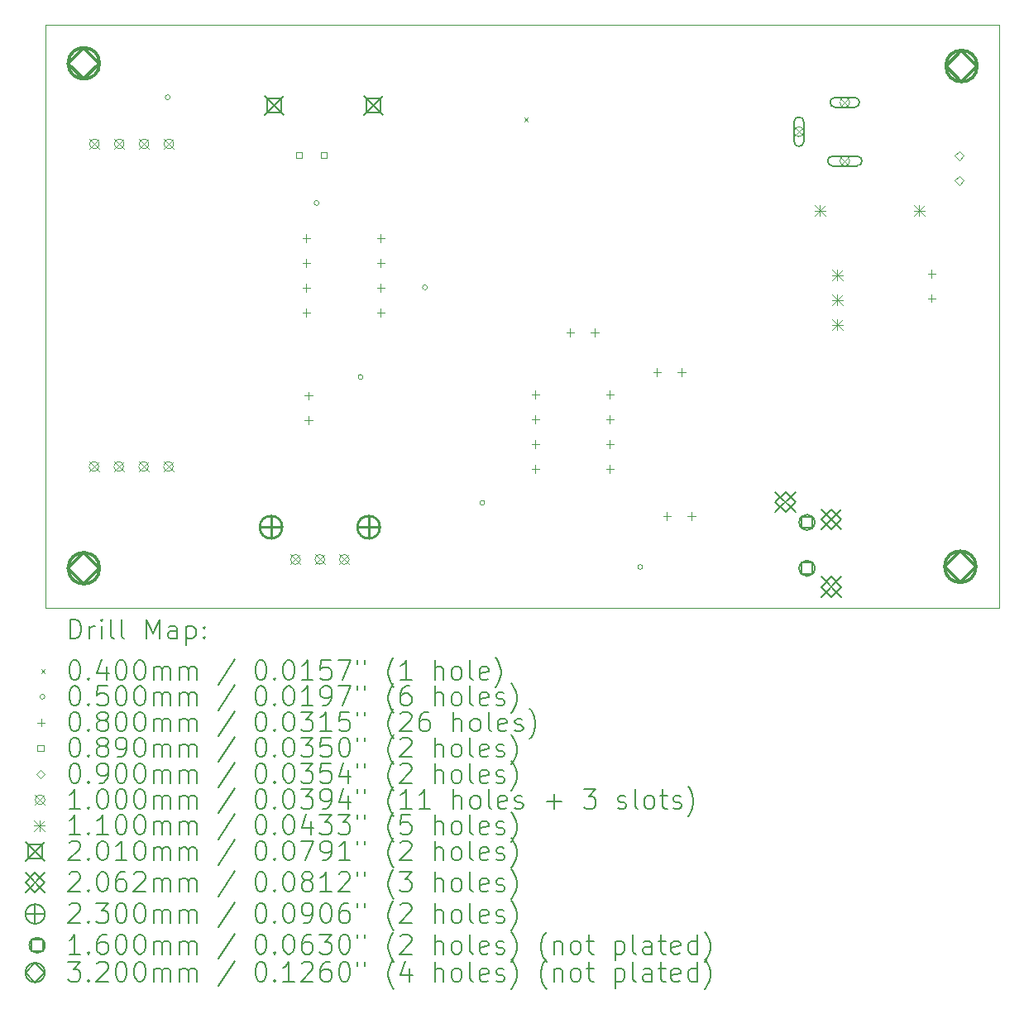
<source format=gbr>
%TF.GenerationSoftware,KiCad,Pcbnew,(6.0.7)*%
%TF.CreationDate,2022-11-04T12:42:10-04:00*%
%TF.ProjectId,DCR_MainBoard,4443525f-4d61-4696-9e42-6f6172642e6b,rev?*%
%TF.SameCoordinates,Original*%
%TF.FileFunction,Drillmap*%
%TF.FilePolarity,Positive*%
%FSLAX45Y45*%
G04 Gerber Fmt 4.5, Leading zero omitted, Abs format (unit mm)*
G04 Created by KiCad (PCBNEW (6.0.7)) date 2022-11-04 12:42:10*
%MOMM*%
%LPD*%
G01*
G04 APERTURE LIST*
%ADD10C,0.100000*%
%ADD11C,0.200000*%
%ADD12C,0.040000*%
%ADD13C,0.050000*%
%ADD14C,0.080000*%
%ADD15C,0.089000*%
%ADD16C,0.090000*%
%ADD17C,0.110000*%
%ADD18C,0.201000*%
%ADD19C,0.206160*%
%ADD20C,0.230000*%
%ADD21C,0.160000*%
%ADD22C,0.320000*%
G04 APERTURE END LIST*
D10*
X11938000Y-8280400D02*
X2171700Y-8280400D01*
X2171700Y-8280400D02*
X2171700Y-2311400D01*
X2171700Y-2311400D02*
X11938000Y-2311400D01*
X11938000Y-2311400D02*
X11938000Y-8280400D01*
D11*
D12*
X7071680Y-3259140D02*
X7111680Y-3299140D01*
X7111680Y-3259140D02*
X7071680Y-3299140D01*
D13*
X3448920Y-3053080D02*
G75*
G03*
X3448920Y-3053080I-25000J0D01*
G01*
X4972920Y-4135120D02*
G75*
G03*
X4972920Y-4135120I-25000J0D01*
G01*
X5422500Y-5915660D02*
G75*
G03*
X5422500Y-5915660I-25000J0D01*
G01*
X6080360Y-4998720D02*
G75*
G03*
X6080360Y-4998720I-25000J0D01*
G01*
X6669640Y-7203440D02*
G75*
G03*
X6669640Y-7203440I-25000J0D01*
G01*
X8285080Y-7861300D02*
G75*
G03*
X8285080Y-7861300I-25000J0D01*
G01*
D14*
X4842240Y-4456800D02*
X4842240Y-4536800D01*
X4802240Y-4496800D02*
X4882240Y-4496800D01*
X4842240Y-4710800D02*
X4842240Y-4790800D01*
X4802240Y-4750800D02*
X4882240Y-4750800D01*
X4842240Y-4964800D02*
X4842240Y-5044800D01*
X4802240Y-5004800D02*
X4882240Y-5004800D01*
X4842240Y-5218800D02*
X4842240Y-5298800D01*
X4802240Y-5258800D02*
X4882240Y-5258800D01*
X4866640Y-6067735D02*
X4866640Y-6147735D01*
X4826640Y-6107735D02*
X4906640Y-6107735D01*
X4866640Y-6317735D02*
X4866640Y-6397735D01*
X4826640Y-6357735D02*
X4906640Y-6357735D01*
X5604240Y-4456800D02*
X5604240Y-4536800D01*
X5564240Y-4496800D02*
X5644240Y-4496800D01*
X5604240Y-4710800D02*
X5604240Y-4790800D01*
X5564240Y-4750800D02*
X5644240Y-4750800D01*
X5604240Y-4964800D02*
X5604240Y-5044800D01*
X5564240Y-5004800D02*
X5644240Y-5004800D01*
X5604240Y-5218800D02*
X5604240Y-5298800D01*
X5564240Y-5258800D02*
X5644240Y-5258800D01*
X7188200Y-6056000D02*
X7188200Y-6136000D01*
X7148200Y-6096000D02*
X7228200Y-6096000D01*
X7188200Y-6310000D02*
X7188200Y-6390000D01*
X7148200Y-6350000D02*
X7228200Y-6350000D01*
X7188200Y-6564000D02*
X7188200Y-6644000D01*
X7148200Y-6604000D02*
X7228200Y-6604000D01*
X7188200Y-6818000D02*
X7188200Y-6898000D01*
X7148200Y-6858000D02*
X7228200Y-6858000D01*
X7542800Y-5420000D02*
X7542800Y-5500000D01*
X7502800Y-5460000D02*
X7582800Y-5460000D01*
X7792800Y-5420000D02*
X7792800Y-5500000D01*
X7752800Y-5460000D02*
X7832800Y-5460000D01*
X7950200Y-6056000D02*
X7950200Y-6136000D01*
X7910200Y-6096000D02*
X7990200Y-6096000D01*
X7950200Y-6310000D02*
X7950200Y-6390000D01*
X7910200Y-6350000D02*
X7990200Y-6350000D01*
X7950200Y-6564000D02*
X7950200Y-6644000D01*
X7910200Y-6604000D02*
X7990200Y-6604000D01*
X7950200Y-6818000D02*
X7950200Y-6898000D01*
X7910200Y-6858000D02*
X7990200Y-6858000D01*
X8431800Y-5826400D02*
X8431800Y-5906400D01*
X8391800Y-5866400D02*
X8471800Y-5866400D01*
X8533400Y-7299600D02*
X8533400Y-7379600D01*
X8493400Y-7339600D02*
X8573400Y-7339600D01*
X8681800Y-5826400D02*
X8681800Y-5906400D01*
X8641800Y-5866400D02*
X8721800Y-5866400D01*
X8783400Y-7299600D02*
X8783400Y-7379600D01*
X8743400Y-7339600D02*
X8823400Y-7339600D01*
X11243500Y-4820185D02*
X11243500Y-4900185D01*
X11203500Y-4860185D02*
X11283500Y-4860185D01*
X11243500Y-5070185D02*
X11243500Y-5150185D01*
X11203500Y-5110185D02*
X11283500Y-5110185D01*
D15*
X4799047Y-3676517D02*
X4799047Y-3613583D01*
X4736113Y-3613583D01*
X4736113Y-3676517D01*
X4799047Y-3676517D01*
X5053047Y-3676517D02*
X5053047Y-3613583D01*
X4990113Y-3613583D01*
X4990113Y-3676517D01*
X5053047Y-3676517D01*
D16*
X11526520Y-3697520D02*
X11571520Y-3652520D01*
X11526520Y-3607520D01*
X11481520Y-3652520D01*
X11526520Y-3697520D01*
X11526520Y-3951520D02*
X11571520Y-3906520D01*
X11526520Y-3861520D01*
X11481520Y-3906520D01*
X11526520Y-3951520D01*
D10*
X2619540Y-6782600D02*
X2719540Y-6882600D01*
X2719540Y-6782600D02*
X2619540Y-6882600D01*
X2719540Y-6832600D02*
G75*
G03*
X2719540Y-6832600I-50000J0D01*
G01*
X2624140Y-3480600D02*
X2724140Y-3580600D01*
X2724140Y-3480600D02*
X2624140Y-3580600D01*
X2724140Y-3530600D02*
G75*
G03*
X2724140Y-3530600I-50000J0D01*
G01*
X2873540Y-6782600D02*
X2973540Y-6882600D01*
X2973540Y-6782600D02*
X2873540Y-6882600D01*
X2973540Y-6832600D02*
G75*
G03*
X2973540Y-6832600I-50000J0D01*
G01*
X2878140Y-3480600D02*
X2978140Y-3580600D01*
X2978140Y-3480600D02*
X2878140Y-3580600D01*
X2978140Y-3530600D02*
G75*
G03*
X2978140Y-3530600I-50000J0D01*
G01*
X3127540Y-6782600D02*
X3227540Y-6882600D01*
X3227540Y-6782600D02*
X3127540Y-6882600D01*
X3227540Y-6832600D02*
G75*
G03*
X3227540Y-6832600I-50000J0D01*
G01*
X3132140Y-3480600D02*
X3232140Y-3580600D01*
X3232140Y-3480600D02*
X3132140Y-3580600D01*
X3232140Y-3530600D02*
G75*
G03*
X3232140Y-3530600I-50000J0D01*
G01*
X3381540Y-6782600D02*
X3481540Y-6882600D01*
X3481540Y-6782600D02*
X3381540Y-6882600D01*
X3481540Y-6832600D02*
G75*
G03*
X3481540Y-6832600I-50000J0D01*
G01*
X3386140Y-3480600D02*
X3486140Y-3580600D01*
X3486140Y-3480600D02*
X3386140Y-3580600D01*
X3486140Y-3530600D02*
G75*
G03*
X3486140Y-3530600I-50000J0D01*
G01*
X4680900Y-7733800D02*
X4780900Y-7833800D01*
X4780900Y-7733800D02*
X4680900Y-7833800D01*
X4780900Y-7783800D02*
G75*
G03*
X4780900Y-7783800I-50000J0D01*
G01*
X4930900Y-7733800D02*
X5030900Y-7833800D01*
X5030900Y-7733800D02*
X4930900Y-7833800D01*
X5030900Y-7783800D02*
G75*
G03*
X5030900Y-7783800I-50000J0D01*
G01*
X5180900Y-7733800D02*
X5280900Y-7833800D01*
X5280900Y-7733800D02*
X5180900Y-7833800D01*
X5280900Y-7783800D02*
G75*
G03*
X5280900Y-7783800I-50000J0D01*
G01*
X9834500Y-3355450D02*
X9934500Y-3455450D01*
X9934500Y-3355450D02*
X9834500Y-3455450D01*
X9934500Y-3405450D02*
G75*
G03*
X9934500Y-3405450I-50000J0D01*
G01*
D11*
X9934500Y-3505450D02*
X9934500Y-3305450D01*
X9834500Y-3505450D02*
X9834500Y-3305450D01*
X9934500Y-3305450D02*
G75*
G03*
X9834500Y-3305450I-50000J0D01*
G01*
X9834500Y-3505450D02*
G75*
G03*
X9934500Y-3505450I50000J0D01*
G01*
D10*
X10304500Y-3055450D02*
X10404500Y-3155450D01*
X10404500Y-3055450D02*
X10304500Y-3155450D01*
X10404500Y-3105450D02*
G75*
G03*
X10404500Y-3105450I-50000J0D01*
G01*
D11*
X10254500Y-3155450D02*
X10454500Y-3155450D01*
X10254500Y-3055450D02*
X10454500Y-3055450D01*
X10454500Y-3155450D02*
G75*
G03*
X10454500Y-3055450I0J50000D01*
G01*
X10254500Y-3055450D02*
G75*
G03*
X10254500Y-3155450I0J-50000D01*
G01*
D10*
X10304500Y-3655450D02*
X10404500Y-3755450D01*
X10404500Y-3655450D02*
X10304500Y-3755450D01*
X10404500Y-3705450D02*
G75*
G03*
X10404500Y-3705450I-50000J0D01*
G01*
D11*
X10229500Y-3755450D02*
X10479500Y-3755450D01*
X10229500Y-3655450D02*
X10479500Y-3655450D01*
X10479500Y-3755450D02*
G75*
G03*
X10479500Y-3655450I0J50000D01*
G01*
X10229500Y-3655450D02*
G75*
G03*
X10229500Y-3755450I0J-50000D01*
G01*
D17*
X10045500Y-4158450D02*
X10155500Y-4268450D01*
X10155500Y-4158450D02*
X10045500Y-4268450D01*
X10100500Y-4158450D02*
X10100500Y-4268450D01*
X10045500Y-4213450D02*
X10155500Y-4213450D01*
X10223300Y-4818850D02*
X10333300Y-4928850D01*
X10333300Y-4818850D02*
X10223300Y-4928850D01*
X10278300Y-4818850D02*
X10278300Y-4928850D01*
X10223300Y-4873850D02*
X10333300Y-4873850D01*
X10223300Y-5072850D02*
X10333300Y-5182850D01*
X10333300Y-5072850D02*
X10223300Y-5182850D01*
X10278300Y-5072850D02*
X10278300Y-5182850D01*
X10223300Y-5127850D02*
X10333300Y-5127850D01*
X10223300Y-5326850D02*
X10333300Y-5436850D01*
X10333300Y-5326850D02*
X10223300Y-5436850D01*
X10278300Y-5326850D02*
X10278300Y-5436850D01*
X10223300Y-5381850D02*
X10333300Y-5381850D01*
X11061500Y-4158450D02*
X11171500Y-4268450D01*
X11171500Y-4158450D02*
X11061500Y-4268450D01*
X11116500Y-4158450D02*
X11116500Y-4268450D01*
X11061500Y-4213450D02*
X11171500Y-4213450D01*
D18*
X4413080Y-3036550D02*
X4614080Y-3237550D01*
X4614080Y-3036550D02*
X4413080Y-3237550D01*
X4584645Y-3208115D02*
X4584645Y-3065985D01*
X4442515Y-3065985D01*
X4442515Y-3208115D01*
X4584645Y-3208115D01*
X5429080Y-3036550D02*
X5630080Y-3237550D01*
X5630080Y-3036550D02*
X5429080Y-3237550D01*
X5600645Y-3208115D02*
X5600645Y-3065985D01*
X5458515Y-3065985D01*
X5458515Y-3208115D01*
X5600645Y-3208115D01*
D19*
X9644120Y-7091620D02*
X9850280Y-7297780D01*
X9850280Y-7091620D02*
X9644120Y-7297780D01*
X9747200Y-7297780D02*
X9850280Y-7194700D01*
X9747200Y-7091620D01*
X9644120Y-7194700D01*
X9747200Y-7297780D01*
X10114120Y-7271620D02*
X10320280Y-7477780D01*
X10320280Y-7271620D02*
X10114120Y-7477780D01*
X10217200Y-7477780D02*
X10320280Y-7374700D01*
X10217200Y-7271620D01*
X10114120Y-7374700D01*
X10217200Y-7477780D01*
X10114120Y-7961620D02*
X10320280Y-8167780D01*
X10320280Y-7961620D02*
X10114120Y-8167780D01*
X10217200Y-8167780D02*
X10320280Y-8064700D01*
X10217200Y-7961620D01*
X10114120Y-8064700D01*
X10217200Y-8167780D01*
D20*
X4480900Y-7338800D02*
X4480900Y-7568800D01*
X4365900Y-7453800D02*
X4595900Y-7453800D01*
X4595900Y-7453800D02*
G75*
G03*
X4595900Y-7453800I-115000J0D01*
G01*
X5480900Y-7338800D02*
X5480900Y-7568800D01*
X5365900Y-7453800D02*
X5595900Y-7453800D01*
X5595900Y-7453800D02*
G75*
G03*
X5595900Y-7453800I-115000J0D01*
G01*
D21*
X10023769Y-7461269D02*
X10023769Y-7348131D01*
X9910631Y-7348131D01*
X9910631Y-7461269D01*
X10023769Y-7461269D01*
X10047200Y-7404700D02*
G75*
G03*
X10047200Y-7404700I-80000J0D01*
G01*
X10023769Y-7931269D02*
X10023769Y-7818131D01*
X9910631Y-7818131D01*
X9910631Y-7931269D01*
X10023769Y-7931269D01*
X10047200Y-7874700D02*
G75*
G03*
X10047200Y-7874700I-80000J0D01*
G01*
D22*
X2565400Y-2865100D02*
X2725400Y-2705100D01*
X2565400Y-2545100D01*
X2405400Y-2705100D01*
X2565400Y-2865100D01*
X2725400Y-2705100D02*
G75*
G03*
X2725400Y-2705100I-160000J0D01*
G01*
X2565400Y-8034000D02*
X2725400Y-7874000D01*
X2565400Y-7714000D01*
X2405400Y-7874000D01*
X2565400Y-8034000D01*
X2725400Y-7874000D02*
G75*
G03*
X2725400Y-7874000I-160000J0D01*
G01*
X11536680Y-8018760D02*
X11696680Y-7858760D01*
X11536680Y-7698760D01*
X11376680Y-7858760D01*
X11536680Y-8018760D01*
X11696680Y-7858760D02*
G75*
G03*
X11696680Y-7858760I-160000J0D01*
G01*
X11549380Y-2893040D02*
X11709380Y-2733040D01*
X11549380Y-2573040D01*
X11389380Y-2733040D01*
X11549380Y-2893040D01*
X11709380Y-2733040D02*
G75*
G03*
X11709380Y-2733040I-160000J0D01*
G01*
D11*
X2424319Y-8595876D02*
X2424319Y-8395876D01*
X2471938Y-8395876D01*
X2500510Y-8405400D01*
X2519557Y-8424448D01*
X2529081Y-8443495D01*
X2538605Y-8481590D01*
X2538605Y-8510162D01*
X2529081Y-8548257D01*
X2519557Y-8567305D01*
X2500510Y-8586352D01*
X2471938Y-8595876D01*
X2424319Y-8595876D01*
X2624319Y-8595876D02*
X2624319Y-8462543D01*
X2624319Y-8500638D02*
X2633843Y-8481590D01*
X2643367Y-8472067D01*
X2662414Y-8462543D01*
X2681462Y-8462543D01*
X2748129Y-8595876D02*
X2748129Y-8462543D01*
X2748129Y-8395876D02*
X2738605Y-8405400D01*
X2748129Y-8414924D01*
X2757652Y-8405400D01*
X2748129Y-8395876D01*
X2748129Y-8414924D01*
X2871938Y-8595876D02*
X2852890Y-8586352D01*
X2843367Y-8567305D01*
X2843367Y-8395876D01*
X2976700Y-8595876D02*
X2957652Y-8586352D01*
X2948128Y-8567305D01*
X2948128Y-8395876D01*
X3205271Y-8595876D02*
X3205271Y-8395876D01*
X3271938Y-8538733D01*
X3338605Y-8395876D01*
X3338605Y-8595876D01*
X3519557Y-8595876D02*
X3519557Y-8491114D01*
X3510033Y-8472067D01*
X3490986Y-8462543D01*
X3452890Y-8462543D01*
X3433843Y-8472067D01*
X3519557Y-8586352D02*
X3500509Y-8595876D01*
X3452890Y-8595876D01*
X3433843Y-8586352D01*
X3424319Y-8567305D01*
X3424319Y-8548257D01*
X3433843Y-8529210D01*
X3452890Y-8519686D01*
X3500509Y-8519686D01*
X3519557Y-8510162D01*
X3614795Y-8462543D02*
X3614795Y-8662543D01*
X3614795Y-8472067D02*
X3633843Y-8462543D01*
X3671938Y-8462543D01*
X3690986Y-8472067D01*
X3700509Y-8481590D01*
X3710033Y-8500638D01*
X3710033Y-8557781D01*
X3700509Y-8576829D01*
X3690986Y-8586352D01*
X3671938Y-8595876D01*
X3633843Y-8595876D01*
X3614795Y-8586352D01*
X3795748Y-8576829D02*
X3805271Y-8586352D01*
X3795748Y-8595876D01*
X3786224Y-8586352D01*
X3795748Y-8576829D01*
X3795748Y-8595876D01*
X3795748Y-8472067D02*
X3805271Y-8481590D01*
X3795748Y-8491114D01*
X3786224Y-8481590D01*
X3795748Y-8472067D01*
X3795748Y-8491114D01*
D12*
X2126700Y-8905400D02*
X2166700Y-8945400D01*
X2166700Y-8905400D02*
X2126700Y-8945400D01*
D11*
X2462414Y-8815876D02*
X2481462Y-8815876D01*
X2500510Y-8825400D01*
X2510033Y-8834924D01*
X2519557Y-8853971D01*
X2529081Y-8892067D01*
X2529081Y-8939686D01*
X2519557Y-8977781D01*
X2510033Y-8996829D01*
X2500510Y-9006352D01*
X2481462Y-9015876D01*
X2462414Y-9015876D01*
X2443367Y-9006352D01*
X2433843Y-8996829D01*
X2424319Y-8977781D01*
X2414795Y-8939686D01*
X2414795Y-8892067D01*
X2424319Y-8853971D01*
X2433843Y-8834924D01*
X2443367Y-8825400D01*
X2462414Y-8815876D01*
X2614795Y-8996829D02*
X2624319Y-9006352D01*
X2614795Y-9015876D01*
X2605271Y-9006352D01*
X2614795Y-8996829D01*
X2614795Y-9015876D01*
X2795748Y-8882543D02*
X2795748Y-9015876D01*
X2748129Y-8806352D02*
X2700510Y-8949210D01*
X2824319Y-8949210D01*
X2938605Y-8815876D02*
X2957652Y-8815876D01*
X2976700Y-8825400D01*
X2986224Y-8834924D01*
X2995748Y-8853971D01*
X3005271Y-8892067D01*
X3005271Y-8939686D01*
X2995748Y-8977781D01*
X2986224Y-8996829D01*
X2976700Y-9006352D01*
X2957652Y-9015876D01*
X2938605Y-9015876D01*
X2919557Y-9006352D01*
X2910033Y-8996829D01*
X2900509Y-8977781D01*
X2890986Y-8939686D01*
X2890986Y-8892067D01*
X2900509Y-8853971D01*
X2910033Y-8834924D01*
X2919557Y-8825400D01*
X2938605Y-8815876D01*
X3129081Y-8815876D02*
X3148128Y-8815876D01*
X3167176Y-8825400D01*
X3176700Y-8834924D01*
X3186224Y-8853971D01*
X3195748Y-8892067D01*
X3195748Y-8939686D01*
X3186224Y-8977781D01*
X3176700Y-8996829D01*
X3167176Y-9006352D01*
X3148128Y-9015876D01*
X3129081Y-9015876D01*
X3110033Y-9006352D01*
X3100509Y-8996829D01*
X3090986Y-8977781D01*
X3081462Y-8939686D01*
X3081462Y-8892067D01*
X3090986Y-8853971D01*
X3100509Y-8834924D01*
X3110033Y-8825400D01*
X3129081Y-8815876D01*
X3281462Y-9015876D02*
X3281462Y-8882543D01*
X3281462Y-8901590D02*
X3290986Y-8892067D01*
X3310033Y-8882543D01*
X3338605Y-8882543D01*
X3357652Y-8892067D01*
X3367176Y-8911114D01*
X3367176Y-9015876D01*
X3367176Y-8911114D02*
X3376700Y-8892067D01*
X3395748Y-8882543D01*
X3424319Y-8882543D01*
X3443367Y-8892067D01*
X3452890Y-8911114D01*
X3452890Y-9015876D01*
X3548128Y-9015876D02*
X3548128Y-8882543D01*
X3548128Y-8901590D02*
X3557652Y-8892067D01*
X3576700Y-8882543D01*
X3605271Y-8882543D01*
X3624319Y-8892067D01*
X3633843Y-8911114D01*
X3633843Y-9015876D01*
X3633843Y-8911114D02*
X3643367Y-8892067D01*
X3662414Y-8882543D01*
X3690986Y-8882543D01*
X3710033Y-8892067D01*
X3719557Y-8911114D01*
X3719557Y-9015876D01*
X4110033Y-8806352D02*
X3938605Y-9063495D01*
X4367176Y-8815876D02*
X4386224Y-8815876D01*
X4405271Y-8825400D01*
X4414795Y-8834924D01*
X4424319Y-8853971D01*
X4433843Y-8892067D01*
X4433843Y-8939686D01*
X4424319Y-8977781D01*
X4414795Y-8996829D01*
X4405271Y-9006352D01*
X4386224Y-9015876D01*
X4367176Y-9015876D01*
X4348129Y-9006352D01*
X4338605Y-8996829D01*
X4329081Y-8977781D01*
X4319557Y-8939686D01*
X4319557Y-8892067D01*
X4329081Y-8853971D01*
X4338605Y-8834924D01*
X4348129Y-8825400D01*
X4367176Y-8815876D01*
X4519557Y-8996829D02*
X4529081Y-9006352D01*
X4519557Y-9015876D01*
X4510033Y-9006352D01*
X4519557Y-8996829D01*
X4519557Y-9015876D01*
X4652890Y-8815876D02*
X4671938Y-8815876D01*
X4690986Y-8825400D01*
X4700510Y-8834924D01*
X4710033Y-8853971D01*
X4719557Y-8892067D01*
X4719557Y-8939686D01*
X4710033Y-8977781D01*
X4700510Y-8996829D01*
X4690986Y-9006352D01*
X4671938Y-9015876D01*
X4652890Y-9015876D01*
X4633843Y-9006352D01*
X4624319Y-8996829D01*
X4614795Y-8977781D01*
X4605271Y-8939686D01*
X4605271Y-8892067D01*
X4614795Y-8853971D01*
X4624319Y-8834924D01*
X4633843Y-8825400D01*
X4652890Y-8815876D01*
X4910033Y-9015876D02*
X4795748Y-9015876D01*
X4852890Y-9015876D02*
X4852890Y-8815876D01*
X4833843Y-8844448D01*
X4814795Y-8863495D01*
X4795748Y-8873019D01*
X5090986Y-8815876D02*
X4995748Y-8815876D01*
X4986224Y-8911114D01*
X4995748Y-8901590D01*
X5014795Y-8892067D01*
X5062414Y-8892067D01*
X5081462Y-8901590D01*
X5090986Y-8911114D01*
X5100510Y-8930162D01*
X5100510Y-8977781D01*
X5090986Y-8996829D01*
X5081462Y-9006352D01*
X5062414Y-9015876D01*
X5014795Y-9015876D01*
X4995748Y-9006352D01*
X4986224Y-8996829D01*
X5167176Y-8815876D02*
X5300510Y-8815876D01*
X5214795Y-9015876D01*
X5367176Y-8815876D02*
X5367176Y-8853971D01*
X5443367Y-8815876D02*
X5443367Y-8853971D01*
X5738605Y-9092067D02*
X5729081Y-9082543D01*
X5710033Y-9053971D01*
X5700509Y-9034924D01*
X5690986Y-9006352D01*
X5681462Y-8958733D01*
X5681462Y-8920638D01*
X5690986Y-8873019D01*
X5700509Y-8844448D01*
X5710033Y-8825400D01*
X5729081Y-8796829D01*
X5738605Y-8787305D01*
X5919557Y-9015876D02*
X5805271Y-9015876D01*
X5862414Y-9015876D02*
X5862414Y-8815876D01*
X5843367Y-8844448D01*
X5824319Y-8863495D01*
X5805271Y-8873019D01*
X6157652Y-9015876D02*
X6157652Y-8815876D01*
X6243367Y-9015876D02*
X6243367Y-8911114D01*
X6233843Y-8892067D01*
X6214795Y-8882543D01*
X6186224Y-8882543D01*
X6167176Y-8892067D01*
X6157652Y-8901590D01*
X6367176Y-9015876D02*
X6348128Y-9006352D01*
X6338605Y-8996829D01*
X6329081Y-8977781D01*
X6329081Y-8920638D01*
X6338605Y-8901590D01*
X6348128Y-8892067D01*
X6367176Y-8882543D01*
X6395748Y-8882543D01*
X6414795Y-8892067D01*
X6424319Y-8901590D01*
X6433843Y-8920638D01*
X6433843Y-8977781D01*
X6424319Y-8996829D01*
X6414795Y-9006352D01*
X6395748Y-9015876D01*
X6367176Y-9015876D01*
X6548128Y-9015876D02*
X6529081Y-9006352D01*
X6519557Y-8987305D01*
X6519557Y-8815876D01*
X6700509Y-9006352D02*
X6681462Y-9015876D01*
X6643367Y-9015876D01*
X6624319Y-9006352D01*
X6614795Y-8987305D01*
X6614795Y-8911114D01*
X6624319Y-8892067D01*
X6643367Y-8882543D01*
X6681462Y-8882543D01*
X6700509Y-8892067D01*
X6710033Y-8911114D01*
X6710033Y-8930162D01*
X6614795Y-8949210D01*
X6776700Y-9092067D02*
X6786224Y-9082543D01*
X6805271Y-9053971D01*
X6814795Y-9034924D01*
X6824319Y-9006352D01*
X6833843Y-8958733D01*
X6833843Y-8920638D01*
X6824319Y-8873019D01*
X6814795Y-8844448D01*
X6805271Y-8825400D01*
X6786224Y-8796829D01*
X6776700Y-8787305D01*
D13*
X2166700Y-9189400D02*
G75*
G03*
X2166700Y-9189400I-25000J0D01*
G01*
D11*
X2462414Y-9079876D02*
X2481462Y-9079876D01*
X2500510Y-9089400D01*
X2510033Y-9098924D01*
X2519557Y-9117971D01*
X2529081Y-9156067D01*
X2529081Y-9203686D01*
X2519557Y-9241781D01*
X2510033Y-9260829D01*
X2500510Y-9270352D01*
X2481462Y-9279876D01*
X2462414Y-9279876D01*
X2443367Y-9270352D01*
X2433843Y-9260829D01*
X2424319Y-9241781D01*
X2414795Y-9203686D01*
X2414795Y-9156067D01*
X2424319Y-9117971D01*
X2433843Y-9098924D01*
X2443367Y-9089400D01*
X2462414Y-9079876D01*
X2614795Y-9260829D02*
X2624319Y-9270352D01*
X2614795Y-9279876D01*
X2605271Y-9270352D01*
X2614795Y-9260829D01*
X2614795Y-9279876D01*
X2805271Y-9079876D02*
X2710033Y-9079876D01*
X2700510Y-9175114D01*
X2710033Y-9165590D01*
X2729081Y-9156067D01*
X2776700Y-9156067D01*
X2795748Y-9165590D01*
X2805271Y-9175114D01*
X2814795Y-9194162D01*
X2814795Y-9241781D01*
X2805271Y-9260829D01*
X2795748Y-9270352D01*
X2776700Y-9279876D01*
X2729081Y-9279876D01*
X2710033Y-9270352D01*
X2700510Y-9260829D01*
X2938605Y-9079876D02*
X2957652Y-9079876D01*
X2976700Y-9089400D01*
X2986224Y-9098924D01*
X2995748Y-9117971D01*
X3005271Y-9156067D01*
X3005271Y-9203686D01*
X2995748Y-9241781D01*
X2986224Y-9260829D01*
X2976700Y-9270352D01*
X2957652Y-9279876D01*
X2938605Y-9279876D01*
X2919557Y-9270352D01*
X2910033Y-9260829D01*
X2900509Y-9241781D01*
X2890986Y-9203686D01*
X2890986Y-9156067D01*
X2900509Y-9117971D01*
X2910033Y-9098924D01*
X2919557Y-9089400D01*
X2938605Y-9079876D01*
X3129081Y-9079876D02*
X3148128Y-9079876D01*
X3167176Y-9089400D01*
X3176700Y-9098924D01*
X3186224Y-9117971D01*
X3195748Y-9156067D01*
X3195748Y-9203686D01*
X3186224Y-9241781D01*
X3176700Y-9260829D01*
X3167176Y-9270352D01*
X3148128Y-9279876D01*
X3129081Y-9279876D01*
X3110033Y-9270352D01*
X3100509Y-9260829D01*
X3090986Y-9241781D01*
X3081462Y-9203686D01*
X3081462Y-9156067D01*
X3090986Y-9117971D01*
X3100509Y-9098924D01*
X3110033Y-9089400D01*
X3129081Y-9079876D01*
X3281462Y-9279876D02*
X3281462Y-9146543D01*
X3281462Y-9165590D02*
X3290986Y-9156067D01*
X3310033Y-9146543D01*
X3338605Y-9146543D01*
X3357652Y-9156067D01*
X3367176Y-9175114D01*
X3367176Y-9279876D01*
X3367176Y-9175114D02*
X3376700Y-9156067D01*
X3395748Y-9146543D01*
X3424319Y-9146543D01*
X3443367Y-9156067D01*
X3452890Y-9175114D01*
X3452890Y-9279876D01*
X3548128Y-9279876D02*
X3548128Y-9146543D01*
X3548128Y-9165590D02*
X3557652Y-9156067D01*
X3576700Y-9146543D01*
X3605271Y-9146543D01*
X3624319Y-9156067D01*
X3633843Y-9175114D01*
X3633843Y-9279876D01*
X3633843Y-9175114D02*
X3643367Y-9156067D01*
X3662414Y-9146543D01*
X3690986Y-9146543D01*
X3710033Y-9156067D01*
X3719557Y-9175114D01*
X3719557Y-9279876D01*
X4110033Y-9070352D02*
X3938605Y-9327495D01*
X4367176Y-9079876D02*
X4386224Y-9079876D01*
X4405271Y-9089400D01*
X4414795Y-9098924D01*
X4424319Y-9117971D01*
X4433843Y-9156067D01*
X4433843Y-9203686D01*
X4424319Y-9241781D01*
X4414795Y-9260829D01*
X4405271Y-9270352D01*
X4386224Y-9279876D01*
X4367176Y-9279876D01*
X4348129Y-9270352D01*
X4338605Y-9260829D01*
X4329081Y-9241781D01*
X4319557Y-9203686D01*
X4319557Y-9156067D01*
X4329081Y-9117971D01*
X4338605Y-9098924D01*
X4348129Y-9089400D01*
X4367176Y-9079876D01*
X4519557Y-9260829D02*
X4529081Y-9270352D01*
X4519557Y-9279876D01*
X4510033Y-9270352D01*
X4519557Y-9260829D01*
X4519557Y-9279876D01*
X4652890Y-9079876D02*
X4671938Y-9079876D01*
X4690986Y-9089400D01*
X4700510Y-9098924D01*
X4710033Y-9117971D01*
X4719557Y-9156067D01*
X4719557Y-9203686D01*
X4710033Y-9241781D01*
X4700510Y-9260829D01*
X4690986Y-9270352D01*
X4671938Y-9279876D01*
X4652890Y-9279876D01*
X4633843Y-9270352D01*
X4624319Y-9260829D01*
X4614795Y-9241781D01*
X4605271Y-9203686D01*
X4605271Y-9156067D01*
X4614795Y-9117971D01*
X4624319Y-9098924D01*
X4633843Y-9089400D01*
X4652890Y-9079876D01*
X4910033Y-9279876D02*
X4795748Y-9279876D01*
X4852890Y-9279876D02*
X4852890Y-9079876D01*
X4833843Y-9108448D01*
X4814795Y-9127495D01*
X4795748Y-9137019D01*
X5005271Y-9279876D02*
X5043367Y-9279876D01*
X5062414Y-9270352D01*
X5071938Y-9260829D01*
X5090986Y-9232257D01*
X5100510Y-9194162D01*
X5100510Y-9117971D01*
X5090986Y-9098924D01*
X5081462Y-9089400D01*
X5062414Y-9079876D01*
X5024319Y-9079876D01*
X5005271Y-9089400D01*
X4995748Y-9098924D01*
X4986224Y-9117971D01*
X4986224Y-9165590D01*
X4995748Y-9184638D01*
X5005271Y-9194162D01*
X5024319Y-9203686D01*
X5062414Y-9203686D01*
X5081462Y-9194162D01*
X5090986Y-9184638D01*
X5100510Y-9165590D01*
X5167176Y-9079876D02*
X5300510Y-9079876D01*
X5214795Y-9279876D01*
X5367176Y-9079876D02*
X5367176Y-9117971D01*
X5443367Y-9079876D02*
X5443367Y-9117971D01*
X5738605Y-9356067D02*
X5729081Y-9346543D01*
X5710033Y-9317971D01*
X5700509Y-9298924D01*
X5690986Y-9270352D01*
X5681462Y-9222733D01*
X5681462Y-9184638D01*
X5690986Y-9137019D01*
X5700509Y-9108448D01*
X5710033Y-9089400D01*
X5729081Y-9060829D01*
X5738605Y-9051305D01*
X5900509Y-9079876D02*
X5862414Y-9079876D01*
X5843367Y-9089400D01*
X5833843Y-9098924D01*
X5814795Y-9127495D01*
X5805271Y-9165590D01*
X5805271Y-9241781D01*
X5814795Y-9260829D01*
X5824319Y-9270352D01*
X5843367Y-9279876D01*
X5881462Y-9279876D01*
X5900509Y-9270352D01*
X5910033Y-9260829D01*
X5919557Y-9241781D01*
X5919557Y-9194162D01*
X5910033Y-9175114D01*
X5900509Y-9165590D01*
X5881462Y-9156067D01*
X5843367Y-9156067D01*
X5824319Y-9165590D01*
X5814795Y-9175114D01*
X5805271Y-9194162D01*
X6157652Y-9279876D02*
X6157652Y-9079876D01*
X6243367Y-9279876D02*
X6243367Y-9175114D01*
X6233843Y-9156067D01*
X6214795Y-9146543D01*
X6186224Y-9146543D01*
X6167176Y-9156067D01*
X6157652Y-9165590D01*
X6367176Y-9279876D02*
X6348128Y-9270352D01*
X6338605Y-9260829D01*
X6329081Y-9241781D01*
X6329081Y-9184638D01*
X6338605Y-9165590D01*
X6348128Y-9156067D01*
X6367176Y-9146543D01*
X6395748Y-9146543D01*
X6414795Y-9156067D01*
X6424319Y-9165590D01*
X6433843Y-9184638D01*
X6433843Y-9241781D01*
X6424319Y-9260829D01*
X6414795Y-9270352D01*
X6395748Y-9279876D01*
X6367176Y-9279876D01*
X6548128Y-9279876D02*
X6529081Y-9270352D01*
X6519557Y-9251305D01*
X6519557Y-9079876D01*
X6700509Y-9270352D02*
X6681462Y-9279876D01*
X6643367Y-9279876D01*
X6624319Y-9270352D01*
X6614795Y-9251305D01*
X6614795Y-9175114D01*
X6624319Y-9156067D01*
X6643367Y-9146543D01*
X6681462Y-9146543D01*
X6700509Y-9156067D01*
X6710033Y-9175114D01*
X6710033Y-9194162D01*
X6614795Y-9213210D01*
X6786224Y-9270352D02*
X6805271Y-9279876D01*
X6843367Y-9279876D01*
X6862414Y-9270352D01*
X6871938Y-9251305D01*
X6871938Y-9241781D01*
X6862414Y-9222733D01*
X6843367Y-9213210D01*
X6814795Y-9213210D01*
X6795748Y-9203686D01*
X6786224Y-9184638D01*
X6786224Y-9175114D01*
X6795748Y-9156067D01*
X6814795Y-9146543D01*
X6843367Y-9146543D01*
X6862414Y-9156067D01*
X6938605Y-9356067D02*
X6948128Y-9346543D01*
X6967176Y-9317971D01*
X6976700Y-9298924D01*
X6986224Y-9270352D01*
X6995748Y-9222733D01*
X6995748Y-9184638D01*
X6986224Y-9137019D01*
X6976700Y-9108448D01*
X6967176Y-9089400D01*
X6948128Y-9060829D01*
X6938605Y-9051305D01*
D14*
X2126700Y-9413400D02*
X2126700Y-9493400D01*
X2086700Y-9453400D02*
X2166700Y-9453400D01*
D11*
X2462414Y-9343876D02*
X2481462Y-9343876D01*
X2500510Y-9353400D01*
X2510033Y-9362924D01*
X2519557Y-9381971D01*
X2529081Y-9420067D01*
X2529081Y-9467686D01*
X2519557Y-9505781D01*
X2510033Y-9524829D01*
X2500510Y-9534352D01*
X2481462Y-9543876D01*
X2462414Y-9543876D01*
X2443367Y-9534352D01*
X2433843Y-9524829D01*
X2424319Y-9505781D01*
X2414795Y-9467686D01*
X2414795Y-9420067D01*
X2424319Y-9381971D01*
X2433843Y-9362924D01*
X2443367Y-9353400D01*
X2462414Y-9343876D01*
X2614795Y-9524829D02*
X2624319Y-9534352D01*
X2614795Y-9543876D01*
X2605271Y-9534352D01*
X2614795Y-9524829D01*
X2614795Y-9543876D01*
X2738605Y-9429590D02*
X2719557Y-9420067D01*
X2710033Y-9410543D01*
X2700510Y-9391495D01*
X2700510Y-9381971D01*
X2710033Y-9362924D01*
X2719557Y-9353400D01*
X2738605Y-9343876D01*
X2776700Y-9343876D01*
X2795748Y-9353400D01*
X2805271Y-9362924D01*
X2814795Y-9381971D01*
X2814795Y-9391495D01*
X2805271Y-9410543D01*
X2795748Y-9420067D01*
X2776700Y-9429590D01*
X2738605Y-9429590D01*
X2719557Y-9439114D01*
X2710033Y-9448638D01*
X2700510Y-9467686D01*
X2700510Y-9505781D01*
X2710033Y-9524829D01*
X2719557Y-9534352D01*
X2738605Y-9543876D01*
X2776700Y-9543876D01*
X2795748Y-9534352D01*
X2805271Y-9524829D01*
X2814795Y-9505781D01*
X2814795Y-9467686D01*
X2805271Y-9448638D01*
X2795748Y-9439114D01*
X2776700Y-9429590D01*
X2938605Y-9343876D02*
X2957652Y-9343876D01*
X2976700Y-9353400D01*
X2986224Y-9362924D01*
X2995748Y-9381971D01*
X3005271Y-9420067D01*
X3005271Y-9467686D01*
X2995748Y-9505781D01*
X2986224Y-9524829D01*
X2976700Y-9534352D01*
X2957652Y-9543876D01*
X2938605Y-9543876D01*
X2919557Y-9534352D01*
X2910033Y-9524829D01*
X2900509Y-9505781D01*
X2890986Y-9467686D01*
X2890986Y-9420067D01*
X2900509Y-9381971D01*
X2910033Y-9362924D01*
X2919557Y-9353400D01*
X2938605Y-9343876D01*
X3129081Y-9343876D02*
X3148128Y-9343876D01*
X3167176Y-9353400D01*
X3176700Y-9362924D01*
X3186224Y-9381971D01*
X3195748Y-9420067D01*
X3195748Y-9467686D01*
X3186224Y-9505781D01*
X3176700Y-9524829D01*
X3167176Y-9534352D01*
X3148128Y-9543876D01*
X3129081Y-9543876D01*
X3110033Y-9534352D01*
X3100509Y-9524829D01*
X3090986Y-9505781D01*
X3081462Y-9467686D01*
X3081462Y-9420067D01*
X3090986Y-9381971D01*
X3100509Y-9362924D01*
X3110033Y-9353400D01*
X3129081Y-9343876D01*
X3281462Y-9543876D02*
X3281462Y-9410543D01*
X3281462Y-9429590D02*
X3290986Y-9420067D01*
X3310033Y-9410543D01*
X3338605Y-9410543D01*
X3357652Y-9420067D01*
X3367176Y-9439114D01*
X3367176Y-9543876D01*
X3367176Y-9439114D02*
X3376700Y-9420067D01*
X3395748Y-9410543D01*
X3424319Y-9410543D01*
X3443367Y-9420067D01*
X3452890Y-9439114D01*
X3452890Y-9543876D01*
X3548128Y-9543876D02*
X3548128Y-9410543D01*
X3548128Y-9429590D02*
X3557652Y-9420067D01*
X3576700Y-9410543D01*
X3605271Y-9410543D01*
X3624319Y-9420067D01*
X3633843Y-9439114D01*
X3633843Y-9543876D01*
X3633843Y-9439114D02*
X3643367Y-9420067D01*
X3662414Y-9410543D01*
X3690986Y-9410543D01*
X3710033Y-9420067D01*
X3719557Y-9439114D01*
X3719557Y-9543876D01*
X4110033Y-9334352D02*
X3938605Y-9591495D01*
X4367176Y-9343876D02*
X4386224Y-9343876D01*
X4405271Y-9353400D01*
X4414795Y-9362924D01*
X4424319Y-9381971D01*
X4433843Y-9420067D01*
X4433843Y-9467686D01*
X4424319Y-9505781D01*
X4414795Y-9524829D01*
X4405271Y-9534352D01*
X4386224Y-9543876D01*
X4367176Y-9543876D01*
X4348129Y-9534352D01*
X4338605Y-9524829D01*
X4329081Y-9505781D01*
X4319557Y-9467686D01*
X4319557Y-9420067D01*
X4329081Y-9381971D01*
X4338605Y-9362924D01*
X4348129Y-9353400D01*
X4367176Y-9343876D01*
X4519557Y-9524829D02*
X4529081Y-9534352D01*
X4519557Y-9543876D01*
X4510033Y-9534352D01*
X4519557Y-9524829D01*
X4519557Y-9543876D01*
X4652890Y-9343876D02*
X4671938Y-9343876D01*
X4690986Y-9353400D01*
X4700510Y-9362924D01*
X4710033Y-9381971D01*
X4719557Y-9420067D01*
X4719557Y-9467686D01*
X4710033Y-9505781D01*
X4700510Y-9524829D01*
X4690986Y-9534352D01*
X4671938Y-9543876D01*
X4652890Y-9543876D01*
X4633843Y-9534352D01*
X4624319Y-9524829D01*
X4614795Y-9505781D01*
X4605271Y-9467686D01*
X4605271Y-9420067D01*
X4614795Y-9381971D01*
X4624319Y-9362924D01*
X4633843Y-9353400D01*
X4652890Y-9343876D01*
X4786224Y-9343876D02*
X4910033Y-9343876D01*
X4843367Y-9420067D01*
X4871938Y-9420067D01*
X4890986Y-9429590D01*
X4900510Y-9439114D01*
X4910033Y-9458162D01*
X4910033Y-9505781D01*
X4900510Y-9524829D01*
X4890986Y-9534352D01*
X4871938Y-9543876D01*
X4814795Y-9543876D01*
X4795748Y-9534352D01*
X4786224Y-9524829D01*
X5100510Y-9543876D02*
X4986224Y-9543876D01*
X5043367Y-9543876D02*
X5043367Y-9343876D01*
X5024319Y-9372448D01*
X5005271Y-9391495D01*
X4986224Y-9401019D01*
X5281462Y-9343876D02*
X5186224Y-9343876D01*
X5176700Y-9439114D01*
X5186224Y-9429590D01*
X5205271Y-9420067D01*
X5252890Y-9420067D01*
X5271938Y-9429590D01*
X5281462Y-9439114D01*
X5290986Y-9458162D01*
X5290986Y-9505781D01*
X5281462Y-9524829D01*
X5271938Y-9534352D01*
X5252890Y-9543876D01*
X5205271Y-9543876D01*
X5186224Y-9534352D01*
X5176700Y-9524829D01*
X5367176Y-9343876D02*
X5367176Y-9381971D01*
X5443367Y-9343876D02*
X5443367Y-9381971D01*
X5738605Y-9620067D02*
X5729081Y-9610543D01*
X5710033Y-9581971D01*
X5700509Y-9562924D01*
X5690986Y-9534352D01*
X5681462Y-9486733D01*
X5681462Y-9448638D01*
X5690986Y-9401019D01*
X5700509Y-9372448D01*
X5710033Y-9353400D01*
X5729081Y-9324829D01*
X5738605Y-9315305D01*
X5805271Y-9362924D02*
X5814795Y-9353400D01*
X5833843Y-9343876D01*
X5881462Y-9343876D01*
X5900509Y-9353400D01*
X5910033Y-9362924D01*
X5919557Y-9381971D01*
X5919557Y-9401019D01*
X5910033Y-9429590D01*
X5795748Y-9543876D01*
X5919557Y-9543876D01*
X6090986Y-9343876D02*
X6052890Y-9343876D01*
X6033843Y-9353400D01*
X6024319Y-9362924D01*
X6005271Y-9391495D01*
X5995748Y-9429590D01*
X5995748Y-9505781D01*
X6005271Y-9524829D01*
X6014795Y-9534352D01*
X6033843Y-9543876D01*
X6071938Y-9543876D01*
X6090986Y-9534352D01*
X6100509Y-9524829D01*
X6110033Y-9505781D01*
X6110033Y-9458162D01*
X6100509Y-9439114D01*
X6090986Y-9429590D01*
X6071938Y-9420067D01*
X6033843Y-9420067D01*
X6014795Y-9429590D01*
X6005271Y-9439114D01*
X5995748Y-9458162D01*
X6348128Y-9543876D02*
X6348128Y-9343876D01*
X6433843Y-9543876D02*
X6433843Y-9439114D01*
X6424319Y-9420067D01*
X6405271Y-9410543D01*
X6376700Y-9410543D01*
X6357652Y-9420067D01*
X6348128Y-9429590D01*
X6557652Y-9543876D02*
X6538605Y-9534352D01*
X6529081Y-9524829D01*
X6519557Y-9505781D01*
X6519557Y-9448638D01*
X6529081Y-9429590D01*
X6538605Y-9420067D01*
X6557652Y-9410543D01*
X6586224Y-9410543D01*
X6605271Y-9420067D01*
X6614795Y-9429590D01*
X6624319Y-9448638D01*
X6624319Y-9505781D01*
X6614795Y-9524829D01*
X6605271Y-9534352D01*
X6586224Y-9543876D01*
X6557652Y-9543876D01*
X6738605Y-9543876D02*
X6719557Y-9534352D01*
X6710033Y-9515305D01*
X6710033Y-9343876D01*
X6890986Y-9534352D02*
X6871938Y-9543876D01*
X6833843Y-9543876D01*
X6814795Y-9534352D01*
X6805271Y-9515305D01*
X6805271Y-9439114D01*
X6814795Y-9420067D01*
X6833843Y-9410543D01*
X6871938Y-9410543D01*
X6890986Y-9420067D01*
X6900509Y-9439114D01*
X6900509Y-9458162D01*
X6805271Y-9477210D01*
X6976700Y-9534352D02*
X6995748Y-9543876D01*
X7033843Y-9543876D01*
X7052890Y-9534352D01*
X7062414Y-9515305D01*
X7062414Y-9505781D01*
X7052890Y-9486733D01*
X7033843Y-9477210D01*
X7005271Y-9477210D01*
X6986224Y-9467686D01*
X6976700Y-9448638D01*
X6976700Y-9439114D01*
X6986224Y-9420067D01*
X7005271Y-9410543D01*
X7033843Y-9410543D01*
X7052890Y-9420067D01*
X7129081Y-9620067D02*
X7138605Y-9610543D01*
X7157652Y-9581971D01*
X7167176Y-9562924D01*
X7176700Y-9534352D01*
X7186224Y-9486733D01*
X7186224Y-9448638D01*
X7176700Y-9401019D01*
X7167176Y-9372448D01*
X7157652Y-9353400D01*
X7138605Y-9324829D01*
X7129081Y-9315305D01*
D15*
X2153667Y-9748867D02*
X2153667Y-9685933D01*
X2090733Y-9685933D01*
X2090733Y-9748867D01*
X2153667Y-9748867D01*
D11*
X2462414Y-9607876D02*
X2481462Y-9607876D01*
X2500510Y-9617400D01*
X2510033Y-9626924D01*
X2519557Y-9645971D01*
X2529081Y-9684067D01*
X2529081Y-9731686D01*
X2519557Y-9769781D01*
X2510033Y-9788829D01*
X2500510Y-9798352D01*
X2481462Y-9807876D01*
X2462414Y-9807876D01*
X2443367Y-9798352D01*
X2433843Y-9788829D01*
X2424319Y-9769781D01*
X2414795Y-9731686D01*
X2414795Y-9684067D01*
X2424319Y-9645971D01*
X2433843Y-9626924D01*
X2443367Y-9617400D01*
X2462414Y-9607876D01*
X2614795Y-9788829D02*
X2624319Y-9798352D01*
X2614795Y-9807876D01*
X2605271Y-9798352D01*
X2614795Y-9788829D01*
X2614795Y-9807876D01*
X2738605Y-9693590D02*
X2719557Y-9684067D01*
X2710033Y-9674543D01*
X2700510Y-9655495D01*
X2700510Y-9645971D01*
X2710033Y-9626924D01*
X2719557Y-9617400D01*
X2738605Y-9607876D01*
X2776700Y-9607876D01*
X2795748Y-9617400D01*
X2805271Y-9626924D01*
X2814795Y-9645971D01*
X2814795Y-9655495D01*
X2805271Y-9674543D01*
X2795748Y-9684067D01*
X2776700Y-9693590D01*
X2738605Y-9693590D01*
X2719557Y-9703114D01*
X2710033Y-9712638D01*
X2700510Y-9731686D01*
X2700510Y-9769781D01*
X2710033Y-9788829D01*
X2719557Y-9798352D01*
X2738605Y-9807876D01*
X2776700Y-9807876D01*
X2795748Y-9798352D01*
X2805271Y-9788829D01*
X2814795Y-9769781D01*
X2814795Y-9731686D01*
X2805271Y-9712638D01*
X2795748Y-9703114D01*
X2776700Y-9693590D01*
X2910033Y-9807876D02*
X2948128Y-9807876D01*
X2967176Y-9798352D01*
X2976700Y-9788829D01*
X2995748Y-9760257D01*
X3005271Y-9722162D01*
X3005271Y-9645971D01*
X2995748Y-9626924D01*
X2986224Y-9617400D01*
X2967176Y-9607876D01*
X2929081Y-9607876D01*
X2910033Y-9617400D01*
X2900509Y-9626924D01*
X2890986Y-9645971D01*
X2890986Y-9693590D01*
X2900509Y-9712638D01*
X2910033Y-9722162D01*
X2929081Y-9731686D01*
X2967176Y-9731686D01*
X2986224Y-9722162D01*
X2995748Y-9712638D01*
X3005271Y-9693590D01*
X3129081Y-9607876D02*
X3148128Y-9607876D01*
X3167176Y-9617400D01*
X3176700Y-9626924D01*
X3186224Y-9645971D01*
X3195748Y-9684067D01*
X3195748Y-9731686D01*
X3186224Y-9769781D01*
X3176700Y-9788829D01*
X3167176Y-9798352D01*
X3148128Y-9807876D01*
X3129081Y-9807876D01*
X3110033Y-9798352D01*
X3100509Y-9788829D01*
X3090986Y-9769781D01*
X3081462Y-9731686D01*
X3081462Y-9684067D01*
X3090986Y-9645971D01*
X3100509Y-9626924D01*
X3110033Y-9617400D01*
X3129081Y-9607876D01*
X3281462Y-9807876D02*
X3281462Y-9674543D01*
X3281462Y-9693590D02*
X3290986Y-9684067D01*
X3310033Y-9674543D01*
X3338605Y-9674543D01*
X3357652Y-9684067D01*
X3367176Y-9703114D01*
X3367176Y-9807876D01*
X3367176Y-9703114D02*
X3376700Y-9684067D01*
X3395748Y-9674543D01*
X3424319Y-9674543D01*
X3443367Y-9684067D01*
X3452890Y-9703114D01*
X3452890Y-9807876D01*
X3548128Y-9807876D02*
X3548128Y-9674543D01*
X3548128Y-9693590D02*
X3557652Y-9684067D01*
X3576700Y-9674543D01*
X3605271Y-9674543D01*
X3624319Y-9684067D01*
X3633843Y-9703114D01*
X3633843Y-9807876D01*
X3633843Y-9703114D02*
X3643367Y-9684067D01*
X3662414Y-9674543D01*
X3690986Y-9674543D01*
X3710033Y-9684067D01*
X3719557Y-9703114D01*
X3719557Y-9807876D01*
X4110033Y-9598352D02*
X3938605Y-9855495D01*
X4367176Y-9607876D02*
X4386224Y-9607876D01*
X4405271Y-9617400D01*
X4414795Y-9626924D01*
X4424319Y-9645971D01*
X4433843Y-9684067D01*
X4433843Y-9731686D01*
X4424319Y-9769781D01*
X4414795Y-9788829D01*
X4405271Y-9798352D01*
X4386224Y-9807876D01*
X4367176Y-9807876D01*
X4348129Y-9798352D01*
X4338605Y-9788829D01*
X4329081Y-9769781D01*
X4319557Y-9731686D01*
X4319557Y-9684067D01*
X4329081Y-9645971D01*
X4338605Y-9626924D01*
X4348129Y-9617400D01*
X4367176Y-9607876D01*
X4519557Y-9788829D02*
X4529081Y-9798352D01*
X4519557Y-9807876D01*
X4510033Y-9798352D01*
X4519557Y-9788829D01*
X4519557Y-9807876D01*
X4652890Y-9607876D02*
X4671938Y-9607876D01*
X4690986Y-9617400D01*
X4700510Y-9626924D01*
X4710033Y-9645971D01*
X4719557Y-9684067D01*
X4719557Y-9731686D01*
X4710033Y-9769781D01*
X4700510Y-9788829D01*
X4690986Y-9798352D01*
X4671938Y-9807876D01*
X4652890Y-9807876D01*
X4633843Y-9798352D01*
X4624319Y-9788829D01*
X4614795Y-9769781D01*
X4605271Y-9731686D01*
X4605271Y-9684067D01*
X4614795Y-9645971D01*
X4624319Y-9626924D01*
X4633843Y-9617400D01*
X4652890Y-9607876D01*
X4786224Y-9607876D02*
X4910033Y-9607876D01*
X4843367Y-9684067D01*
X4871938Y-9684067D01*
X4890986Y-9693590D01*
X4900510Y-9703114D01*
X4910033Y-9722162D01*
X4910033Y-9769781D01*
X4900510Y-9788829D01*
X4890986Y-9798352D01*
X4871938Y-9807876D01*
X4814795Y-9807876D01*
X4795748Y-9798352D01*
X4786224Y-9788829D01*
X5090986Y-9607876D02*
X4995748Y-9607876D01*
X4986224Y-9703114D01*
X4995748Y-9693590D01*
X5014795Y-9684067D01*
X5062414Y-9684067D01*
X5081462Y-9693590D01*
X5090986Y-9703114D01*
X5100510Y-9722162D01*
X5100510Y-9769781D01*
X5090986Y-9788829D01*
X5081462Y-9798352D01*
X5062414Y-9807876D01*
X5014795Y-9807876D01*
X4995748Y-9798352D01*
X4986224Y-9788829D01*
X5224319Y-9607876D02*
X5243367Y-9607876D01*
X5262414Y-9617400D01*
X5271938Y-9626924D01*
X5281462Y-9645971D01*
X5290986Y-9684067D01*
X5290986Y-9731686D01*
X5281462Y-9769781D01*
X5271938Y-9788829D01*
X5262414Y-9798352D01*
X5243367Y-9807876D01*
X5224319Y-9807876D01*
X5205271Y-9798352D01*
X5195748Y-9788829D01*
X5186224Y-9769781D01*
X5176700Y-9731686D01*
X5176700Y-9684067D01*
X5186224Y-9645971D01*
X5195748Y-9626924D01*
X5205271Y-9617400D01*
X5224319Y-9607876D01*
X5367176Y-9607876D02*
X5367176Y-9645971D01*
X5443367Y-9607876D02*
X5443367Y-9645971D01*
X5738605Y-9884067D02*
X5729081Y-9874543D01*
X5710033Y-9845971D01*
X5700509Y-9826924D01*
X5690986Y-9798352D01*
X5681462Y-9750733D01*
X5681462Y-9712638D01*
X5690986Y-9665019D01*
X5700509Y-9636448D01*
X5710033Y-9617400D01*
X5729081Y-9588829D01*
X5738605Y-9579305D01*
X5805271Y-9626924D02*
X5814795Y-9617400D01*
X5833843Y-9607876D01*
X5881462Y-9607876D01*
X5900509Y-9617400D01*
X5910033Y-9626924D01*
X5919557Y-9645971D01*
X5919557Y-9665019D01*
X5910033Y-9693590D01*
X5795748Y-9807876D01*
X5919557Y-9807876D01*
X6157652Y-9807876D02*
X6157652Y-9607876D01*
X6243367Y-9807876D02*
X6243367Y-9703114D01*
X6233843Y-9684067D01*
X6214795Y-9674543D01*
X6186224Y-9674543D01*
X6167176Y-9684067D01*
X6157652Y-9693590D01*
X6367176Y-9807876D02*
X6348128Y-9798352D01*
X6338605Y-9788829D01*
X6329081Y-9769781D01*
X6329081Y-9712638D01*
X6338605Y-9693590D01*
X6348128Y-9684067D01*
X6367176Y-9674543D01*
X6395748Y-9674543D01*
X6414795Y-9684067D01*
X6424319Y-9693590D01*
X6433843Y-9712638D01*
X6433843Y-9769781D01*
X6424319Y-9788829D01*
X6414795Y-9798352D01*
X6395748Y-9807876D01*
X6367176Y-9807876D01*
X6548128Y-9807876D02*
X6529081Y-9798352D01*
X6519557Y-9779305D01*
X6519557Y-9607876D01*
X6700509Y-9798352D02*
X6681462Y-9807876D01*
X6643367Y-9807876D01*
X6624319Y-9798352D01*
X6614795Y-9779305D01*
X6614795Y-9703114D01*
X6624319Y-9684067D01*
X6643367Y-9674543D01*
X6681462Y-9674543D01*
X6700509Y-9684067D01*
X6710033Y-9703114D01*
X6710033Y-9722162D01*
X6614795Y-9741210D01*
X6786224Y-9798352D02*
X6805271Y-9807876D01*
X6843367Y-9807876D01*
X6862414Y-9798352D01*
X6871938Y-9779305D01*
X6871938Y-9769781D01*
X6862414Y-9750733D01*
X6843367Y-9741210D01*
X6814795Y-9741210D01*
X6795748Y-9731686D01*
X6786224Y-9712638D01*
X6786224Y-9703114D01*
X6795748Y-9684067D01*
X6814795Y-9674543D01*
X6843367Y-9674543D01*
X6862414Y-9684067D01*
X6938605Y-9884067D02*
X6948128Y-9874543D01*
X6967176Y-9845971D01*
X6976700Y-9826924D01*
X6986224Y-9798352D01*
X6995748Y-9750733D01*
X6995748Y-9712638D01*
X6986224Y-9665019D01*
X6976700Y-9636448D01*
X6967176Y-9617400D01*
X6948128Y-9588829D01*
X6938605Y-9579305D01*
D16*
X2121700Y-10026400D02*
X2166700Y-9981400D01*
X2121700Y-9936400D01*
X2076700Y-9981400D01*
X2121700Y-10026400D01*
D11*
X2462414Y-9871876D02*
X2481462Y-9871876D01*
X2500510Y-9881400D01*
X2510033Y-9890924D01*
X2519557Y-9909971D01*
X2529081Y-9948067D01*
X2529081Y-9995686D01*
X2519557Y-10033781D01*
X2510033Y-10052829D01*
X2500510Y-10062352D01*
X2481462Y-10071876D01*
X2462414Y-10071876D01*
X2443367Y-10062352D01*
X2433843Y-10052829D01*
X2424319Y-10033781D01*
X2414795Y-9995686D01*
X2414795Y-9948067D01*
X2424319Y-9909971D01*
X2433843Y-9890924D01*
X2443367Y-9881400D01*
X2462414Y-9871876D01*
X2614795Y-10052829D02*
X2624319Y-10062352D01*
X2614795Y-10071876D01*
X2605271Y-10062352D01*
X2614795Y-10052829D01*
X2614795Y-10071876D01*
X2719557Y-10071876D02*
X2757652Y-10071876D01*
X2776700Y-10062352D01*
X2786224Y-10052829D01*
X2805271Y-10024257D01*
X2814795Y-9986162D01*
X2814795Y-9909971D01*
X2805271Y-9890924D01*
X2795748Y-9881400D01*
X2776700Y-9871876D01*
X2738605Y-9871876D01*
X2719557Y-9881400D01*
X2710033Y-9890924D01*
X2700510Y-9909971D01*
X2700510Y-9957590D01*
X2710033Y-9976638D01*
X2719557Y-9986162D01*
X2738605Y-9995686D01*
X2776700Y-9995686D01*
X2795748Y-9986162D01*
X2805271Y-9976638D01*
X2814795Y-9957590D01*
X2938605Y-9871876D02*
X2957652Y-9871876D01*
X2976700Y-9881400D01*
X2986224Y-9890924D01*
X2995748Y-9909971D01*
X3005271Y-9948067D01*
X3005271Y-9995686D01*
X2995748Y-10033781D01*
X2986224Y-10052829D01*
X2976700Y-10062352D01*
X2957652Y-10071876D01*
X2938605Y-10071876D01*
X2919557Y-10062352D01*
X2910033Y-10052829D01*
X2900509Y-10033781D01*
X2890986Y-9995686D01*
X2890986Y-9948067D01*
X2900509Y-9909971D01*
X2910033Y-9890924D01*
X2919557Y-9881400D01*
X2938605Y-9871876D01*
X3129081Y-9871876D02*
X3148128Y-9871876D01*
X3167176Y-9881400D01*
X3176700Y-9890924D01*
X3186224Y-9909971D01*
X3195748Y-9948067D01*
X3195748Y-9995686D01*
X3186224Y-10033781D01*
X3176700Y-10052829D01*
X3167176Y-10062352D01*
X3148128Y-10071876D01*
X3129081Y-10071876D01*
X3110033Y-10062352D01*
X3100509Y-10052829D01*
X3090986Y-10033781D01*
X3081462Y-9995686D01*
X3081462Y-9948067D01*
X3090986Y-9909971D01*
X3100509Y-9890924D01*
X3110033Y-9881400D01*
X3129081Y-9871876D01*
X3281462Y-10071876D02*
X3281462Y-9938543D01*
X3281462Y-9957590D02*
X3290986Y-9948067D01*
X3310033Y-9938543D01*
X3338605Y-9938543D01*
X3357652Y-9948067D01*
X3367176Y-9967114D01*
X3367176Y-10071876D01*
X3367176Y-9967114D02*
X3376700Y-9948067D01*
X3395748Y-9938543D01*
X3424319Y-9938543D01*
X3443367Y-9948067D01*
X3452890Y-9967114D01*
X3452890Y-10071876D01*
X3548128Y-10071876D02*
X3548128Y-9938543D01*
X3548128Y-9957590D02*
X3557652Y-9948067D01*
X3576700Y-9938543D01*
X3605271Y-9938543D01*
X3624319Y-9948067D01*
X3633843Y-9967114D01*
X3633843Y-10071876D01*
X3633843Y-9967114D02*
X3643367Y-9948067D01*
X3662414Y-9938543D01*
X3690986Y-9938543D01*
X3710033Y-9948067D01*
X3719557Y-9967114D01*
X3719557Y-10071876D01*
X4110033Y-9862352D02*
X3938605Y-10119495D01*
X4367176Y-9871876D02*
X4386224Y-9871876D01*
X4405271Y-9881400D01*
X4414795Y-9890924D01*
X4424319Y-9909971D01*
X4433843Y-9948067D01*
X4433843Y-9995686D01*
X4424319Y-10033781D01*
X4414795Y-10052829D01*
X4405271Y-10062352D01*
X4386224Y-10071876D01*
X4367176Y-10071876D01*
X4348129Y-10062352D01*
X4338605Y-10052829D01*
X4329081Y-10033781D01*
X4319557Y-9995686D01*
X4319557Y-9948067D01*
X4329081Y-9909971D01*
X4338605Y-9890924D01*
X4348129Y-9881400D01*
X4367176Y-9871876D01*
X4519557Y-10052829D02*
X4529081Y-10062352D01*
X4519557Y-10071876D01*
X4510033Y-10062352D01*
X4519557Y-10052829D01*
X4519557Y-10071876D01*
X4652890Y-9871876D02*
X4671938Y-9871876D01*
X4690986Y-9881400D01*
X4700510Y-9890924D01*
X4710033Y-9909971D01*
X4719557Y-9948067D01*
X4719557Y-9995686D01*
X4710033Y-10033781D01*
X4700510Y-10052829D01*
X4690986Y-10062352D01*
X4671938Y-10071876D01*
X4652890Y-10071876D01*
X4633843Y-10062352D01*
X4624319Y-10052829D01*
X4614795Y-10033781D01*
X4605271Y-9995686D01*
X4605271Y-9948067D01*
X4614795Y-9909971D01*
X4624319Y-9890924D01*
X4633843Y-9881400D01*
X4652890Y-9871876D01*
X4786224Y-9871876D02*
X4910033Y-9871876D01*
X4843367Y-9948067D01*
X4871938Y-9948067D01*
X4890986Y-9957590D01*
X4900510Y-9967114D01*
X4910033Y-9986162D01*
X4910033Y-10033781D01*
X4900510Y-10052829D01*
X4890986Y-10062352D01*
X4871938Y-10071876D01*
X4814795Y-10071876D01*
X4795748Y-10062352D01*
X4786224Y-10052829D01*
X5090986Y-9871876D02*
X4995748Y-9871876D01*
X4986224Y-9967114D01*
X4995748Y-9957590D01*
X5014795Y-9948067D01*
X5062414Y-9948067D01*
X5081462Y-9957590D01*
X5090986Y-9967114D01*
X5100510Y-9986162D01*
X5100510Y-10033781D01*
X5090986Y-10052829D01*
X5081462Y-10062352D01*
X5062414Y-10071876D01*
X5014795Y-10071876D01*
X4995748Y-10062352D01*
X4986224Y-10052829D01*
X5271938Y-9938543D02*
X5271938Y-10071876D01*
X5224319Y-9862352D02*
X5176700Y-10005210D01*
X5300510Y-10005210D01*
X5367176Y-9871876D02*
X5367176Y-9909971D01*
X5443367Y-9871876D02*
X5443367Y-9909971D01*
X5738605Y-10148067D02*
X5729081Y-10138543D01*
X5710033Y-10109971D01*
X5700509Y-10090924D01*
X5690986Y-10062352D01*
X5681462Y-10014733D01*
X5681462Y-9976638D01*
X5690986Y-9929019D01*
X5700509Y-9900448D01*
X5710033Y-9881400D01*
X5729081Y-9852829D01*
X5738605Y-9843305D01*
X5805271Y-9890924D02*
X5814795Y-9881400D01*
X5833843Y-9871876D01*
X5881462Y-9871876D01*
X5900509Y-9881400D01*
X5910033Y-9890924D01*
X5919557Y-9909971D01*
X5919557Y-9929019D01*
X5910033Y-9957590D01*
X5795748Y-10071876D01*
X5919557Y-10071876D01*
X6157652Y-10071876D02*
X6157652Y-9871876D01*
X6243367Y-10071876D02*
X6243367Y-9967114D01*
X6233843Y-9948067D01*
X6214795Y-9938543D01*
X6186224Y-9938543D01*
X6167176Y-9948067D01*
X6157652Y-9957590D01*
X6367176Y-10071876D02*
X6348128Y-10062352D01*
X6338605Y-10052829D01*
X6329081Y-10033781D01*
X6329081Y-9976638D01*
X6338605Y-9957590D01*
X6348128Y-9948067D01*
X6367176Y-9938543D01*
X6395748Y-9938543D01*
X6414795Y-9948067D01*
X6424319Y-9957590D01*
X6433843Y-9976638D01*
X6433843Y-10033781D01*
X6424319Y-10052829D01*
X6414795Y-10062352D01*
X6395748Y-10071876D01*
X6367176Y-10071876D01*
X6548128Y-10071876D02*
X6529081Y-10062352D01*
X6519557Y-10043305D01*
X6519557Y-9871876D01*
X6700509Y-10062352D02*
X6681462Y-10071876D01*
X6643367Y-10071876D01*
X6624319Y-10062352D01*
X6614795Y-10043305D01*
X6614795Y-9967114D01*
X6624319Y-9948067D01*
X6643367Y-9938543D01*
X6681462Y-9938543D01*
X6700509Y-9948067D01*
X6710033Y-9967114D01*
X6710033Y-9986162D01*
X6614795Y-10005210D01*
X6786224Y-10062352D02*
X6805271Y-10071876D01*
X6843367Y-10071876D01*
X6862414Y-10062352D01*
X6871938Y-10043305D01*
X6871938Y-10033781D01*
X6862414Y-10014733D01*
X6843367Y-10005210D01*
X6814795Y-10005210D01*
X6795748Y-9995686D01*
X6786224Y-9976638D01*
X6786224Y-9967114D01*
X6795748Y-9948067D01*
X6814795Y-9938543D01*
X6843367Y-9938543D01*
X6862414Y-9948067D01*
X6938605Y-10148067D02*
X6948128Y-10138543D01*
X6967176Y-10109971D01*
X6976700Y-10090924D01*
X6986224Y-10062352D01*
X6995748Y-10014733D01*
X6995748Y-9976638D01*
X6986224Y-9929019D01*
X6976700Y-9900448D01*
X6967176Y-9881400D01*
X6948128Y-9852829D01*
X6938605Y-9843305D01*
D10*
X2066700Y-10195400D02*
X2166700Y-10295400D01*
X2166700Y-10195400D02*
X2066700Y-10295400D01*
X2166700Y-10245400D02*
G75*
G03*
X2166700Y-10245400I-50000J0D01*
G01*
D11*
X2529081Y-10335876D02*
X2414795Y-10335876D01*
X2471938Y-10335876D02*
X2471938Y-10135876D01*
X2452890Y-10164448D01*
X2433843Y-10183495D01*
X2414795Y-10193019D01*
X2614795Y-10316829D02*
X2624319Y-10326352D01*
X2614795Y-10335876D01*
X2605271Y-10326352D01*
X2614795Y-10316829D01*
X2614795Y-10335876D01*
X2748129Y-10135876D02*
X2767176Y-10135876D01*
X2786224Y-10145400D01*
X2795748Y-10154924D01*
X2805271Y-10173971D01*
X2814795Y-10212067D01*
X2814795Y-10259686D01*
X2805271Y-10297781D01*
X2795748Y-10316829D01*
X2786224Y-10326352D01*
X2767176Y-10335876D01*
X2748129Y-10335876D01*
X2729081Y-10326352D01*
X2719557Y-10316829D01*
X2710033Y-10297781D01*
X2700510Y-10259686D01*
X2700510Y-10212067D01*
X2710033Y-10173971D01*
X2719557Y-10154924D01*
X2729081Y-10145400D01*
X2748129Y-10135876D01*
X2938605Y-10135876D02*
X2957652Y-10135876D01*
X2976700Y-10145400D01*
X2986224Y-10154924D01*
X2995748Y-10173971D01*
X3005271Y-10212067D01*
X3005271Y-10259686D01*
X2995748Y-10297781D01*
X2986224Y-10316829D01*
X2976700Y-10326352D01*
X2957652Y-10335876D01*
X2938605Y-10335876D01*
X2919557Y-10326352D01*
X2910033Y-10316829D01*
X2900509Y-10297781D01*
X2890986Y-10259686D01*
X2890986Y-10212067D01*
X2900509Y-10173971D01*
X2910033Y-10154924D01*
X2919557Y-10145400D01*
X2938605Y-10135876D01*
X3129081Y-10135876D02*
X3148128Y-10135876D01*
X3167176Y-10145400D01*
X3176700Y-10154924D01*
X3186224Y-10173971D01*
X3195748Y-10212067D01*
X3195748Y-10259686D01*
X3186224Y-10297781D01*
X3176700Y-10316829D01*
X3167176Y-10326352D01*
X3148128Y-10335876D01*
X3129081Y-10335876D01*
X3110033Y-10326352D01*
X3100509Y-10316829D01*
X3090986Y-10297781D01*
X3081462Y-10259686D01*
X3081462Y-10212067D01*
X3090986Y-10173971D01*
X3100509Y-10154924D01*
X3110033Y-10145400D01*
X3129081Y-10135876D01*
X3281462Y-10335876D02*
X3281462Y-10202543D01*
X3281462Y-10221590D02*
X3290986Y-10212067D01*
X3310033Y-10202543D01*
X3338605Y-10202543D01*
X3357652Y-10212067D01*
X3367176Y-10231114D01*
X3367176Y-10335876D01*
X3367176Y-10231114D02*
X3376700Y-10212067D01*
X3395748Y-10202543D01*
X3424319Y-10202543D01*
X3443367Y-10212067D01*
X3452890Y-10231114D01*
X3452890Y-10335876D01*
X3548128Y-10335876D02*
X3548128Y-10202543D01*
X3548128Y-10221590D02*
X3557652Y-10212067D01*
X3576700Y-10202543D01*
X3605271Y-10202543D01*
X3624319Y-10212067D01*
X3633843Y-10231114D01*
X3633843Y-10335876D01*
X3633843Y-10231114D02*
X3643367Y-10212067D01*
X3662414Y-10202543D01*
X3690986Y-10202543D01*
X3710033Y-10212067D01*
X3719557Y-10231114D01*
X3719557Y-10335876D01*
X4110033Y-10126352D02*
X3938605Y-10383495D01*
X4367176Y-10135876D02*
X4386224Y-10135876D01*
X4405271Y-10145400D01*
X4414795Y-10154924D01*
X4424319Y-10173971D01*
X4433843Y-10212067D01*
X4433843Y-10259686D01*
X4424319Y-10297781D01*
X4414795Y-10316829D01*
X4405271Y-10326352D01*
X4386224Y-10335876D01*
X4367176Y-10335876D01*
X4348129Y-10326352D01*
X4338605Y-10316829D01*
X4329081Y-10297781D01*
X4319557Y-10259686D01*
X4319557Y-10212067D01*
X4329081Y-10173971D01*
X4338605Y-10154924D01*
X4348129Y-10145400D01*
X4367176Y-10135876D01*
X4519557Y-10316829D02*
X4529081Y-10326352D01*
X4519557Y-10335876D01*
X4510033Y-10326352D01*
X4519557Y-10316829D01*
X4519557Y-10335876D01*
X4652890Y-10135876D02*
X4671938Y-10135876D01*
X4690986Y-10145400D01*
X4700510Y-10154924D01*
X4710033Y-10173971D01*
X4719557Y-10212067D01*
X4719557Y-10259686D01*
X4710033Y-10297781D01*
X4700510Y-10316829D01*
X4690986Y-10326352D01*
X4671938Y-10335876D01*
X4652890Y-10335876D01*
X4633843Y-10326352D01*
X4624319Y-10316829D01*
X4614795Y-10297781D01*
X4605271Y-10259686D01*
X4605271Y-10212067D01*
X4614795Y-10173971D01*
X4624319Y-10154924D01*
X4633843Y-10145400D01*
X4652890Y-10135876D01*
X4786224Y-10135876D02*
X4910033Y-10135876D01*
X4843367Y-10212067D01*
X4871938Y-10212067D01*
X4890986Y-10221590D01*
X4900510Y-10231114D01*
X4910033Y-10250162D01*
X4910033Y-10297781D01*
X4900510Y-10316829D01*
X4890986Y-10326352D01*
X4871938Y-10335876D01*
X4814795Y-10335876D01*
X4795748Y-10326352D01*
X4786224Y-10316829D01*
X5005271Y-10335876D02*
X5043367Y-10335876D01*
X5062414Y-10326352D01*
X5071938Y-10316829D01*
X5090986Y-10288257D01*
X5100510Y-10250162D01*
X5100510Y-10173971D01*
X5090986Y-10154924D01*
X5081462Y-10145400D01*
X5062414Y-10135876D01*
X5024319Y-10135876D01*
X5005271Y-10145400D01*
X4995748Y-10154924D01*
X4986224Y-10173971D01*
X4986224Y-10221590D01*
X4995748Y-10240638D01*
X5005271Y-10250162D01*
X5024319Y-10259686D01*
X5062414Y-10259686D01*
X5081462Y-10250162D01*
X5090986Y-10240638D01*
X5100510Y-10221590D01*
X5271938Y-10202543D02*
X5271938Y-10335876D01*
X5224319Y-10126352D02*
X5176700Y-10269210D01*
X5300510Y-10269210D01*
X5367176Y-10135876D02*
X5367176Y-10173971D01*
X5443367Y-10135876D02*
X5443367Y-10173971D01*
X5738605Y-10412067D02*
X5729081Y-10402543D01*
X5710033Y-10373971D01*
X5700509Y-10354924D01*
X5690986Y-10326352D01*
X5681462Y-10278733D01*
X5681462Y-10240638D01*
X5690986Y-10193019D01*
X5700509Y-10164448D01*
X5710033Y-10145400D01*
X5729081Y-10116829D01*
X5738605Y-10107305D01*
X5919557Y-10335876D02*
X5805271Y-10335876D01*
X5862414Y-10335876D02*
X5862414Y-10135876D01*
X5843367Y-10164448D01*
X5824319Y-10183495D01*
X5805271Y-10193019D01*
X6110033Y-10335876D02*
X5995748Y-10335876D01*
X6052890Y-10335876D02*
X6052890Y-10135876D01*
X6033843Y-10164448D01*
X6014795Y-10183495D01*
X5995748Y-10193019D01*
X6348128Y-10335876D02*
X6348128Y-10135876D01*
X6433843Y-10335876D02*
X6433843Y-10231114D01*
X6424319Y-10212067D01*
X6405271Y-10202543D01*
X6376700Y-10202543D01*
X6357652Y-10212067D01*
X6348128Y-10221590D01*
X6557652Y-10335876D02*
X6538605Y-10326352D01*
X6529081Y-10316829D01*
X6519557Y-10297781D01*
X6519557Y-10240638D01*
X6529081Y-10221590D01*
X6538605Y-10212067D01*
X6557652Y-10202543D01*
X6586224Y-10202543D01*
X6605271Y-10212067D01*
X6614795Y-10221590D01*
X6624319Y-10240638D01*
X6624319Y-10297781D01*
X6614795Y-10316829D01*
X6605271Y-10326352D01*
X6586224Y-10335876D01*
X6557652Y-10335876D01*
X6738605Y-10335876D02*
X6719557Y-10326352D01*
X6710033Y-10307305D01*
X6710033Y-10135876D01*
X6890986Y-10326352D02*
X6871938Y-10335876D01*
X6833843Y-10335876D01*
X6814795Y-10326352D01*
X6805271Y-10307305D01*
X6805271Y-10231114D01*
X6814795Y-10212067D01*
X6833843Y-10202543D01*
X6871938Y-10202543D01*
X6890986Y-10212067D01*
X6900509Y-10231114D01*
X6900509Y-10250162D01*
X6805271Y-10269210D01*
X6976700Y-10326352D02*
X6995748Y-10335876D01*
X7033843Y-10335876D01*
X7052890Y-10326352D01*
X7062414Y-10307305D01*
X7062414Y-10297781D01*
X7052890Y-10278733D01*
X7033843Y-10269210D01*
X7005271Y-10269210D01*
X6986224Y-10259686D01*
X6976700Y-10240638D01*
X6976700Y-10231114D01*
X6986224Y-10212067D01*
X7005271Y-10202543D01*
X7033843Y-10202543D01*
X7052890Y-10212067D01*
X7300509Y-10259686D02*
X7452890Y-10259686D01*
X7376700Y-10335876D02*
X7376700Y-10183495D01*
X7681462Y-10135876D02*
X7805271Y-10135876D01*
X7738605Y-10212067D01*
X7767176Y-10212067D01*
X7786224Y-10221590D01*
X7795748Y-10231114D01*
X7805271Y-10250162D01*
X7805271Y-10297781D01*
X7795748Y-10316829D01*
X7786224Y-10326352D01*
X7767176Y-10335876D01*
X7710033Y-10335876D01*
X7690986Y-10326352D01*
X7681462Y-10316829D01*
X8033843Y-10326352D02*
X8052890Y-10335876D01*
X8090986Y-10335876D01*
X8110033Y-10326352D01*
X8119557Y-10307305D01*
X8119557Y-10297781D01*
X8110033Y-10278733D01*
X8090986Y-10269210D01*
X8062414Y-10269210D01*
X8043367Y-10259686D01*
X8033843Y-10240638D01*
X8033843Y-10231114D01*
X8043367Y-10212067D01*
X8062414Y-10202543D01*
X8090986Y-10202543D01*
X8110033Y-10212067D01*
X8233843Y-10335876D02*
X8214795Y-10326352D01*
X8205271Y-10307305D01*
X8205271Y-10135876D01*
X8338605Y-10335876D02*
X8319557Y-10326352D01*
X8310033Y-10316829D01*
X8300509Y-10297781D01*
X8300509Y-10240638D01*
X8310033Y-10221590D01*
X8319557Y-10212067D01*
X8338605Y-10202543D01*
X8367176Y-10202543D01*
X8386224Y-10212067D01*
X8395748Y-10221590D01*
X8405271Y-10240638D01*
X8405271Y-10297781D01*
X8395748Y-10316829D01*
X8386224Y-10326352D01*
X8367176Y-10335876D01*
X8338605Y-10335876D01*
X8462414Y-10202543D02*
X8538605Y-10202543D01*
X8490986Y-10135876D02*
X8490986Y-10307305D01*
X8500510Y-10326352D01*
X8519557Y-10335876D01*
X8538605Y-10335876D01*
X8595748Y-10326352D02*
X8614795Y-10335876D01*
X8652890Y-10335876D01*
X8671938Y-10326352D01*
X8681462Y-10307305D01*
X8681462Y-10297781D01*
X8671938Y-10278733D01*
X8652890Y-10269210D01*
X8624319Y-10269210D01*
X8605271Y-10259686D01*
X8595748Y-10240638D01*
X8595748Y-10231114D01*
X8605271Y-10212067D01*
X8624319Y-10202543D01*
X8652890Y-10202543D01*
X8671938Y-10212067D01*
X8748129Y-10412067D02*
X8757652Y-10402543D01*
X8776700Y-10373971D01*
X8786224Y-10354924D01*
X8795748Y-10326352D01*
X8805271Y-10278733D01*
X8805271Y-10240638D01*
X8795748Y-10193019D01*
X8786224Y-10164448D01*
X8776700Y-10145400D01*
X8757652Y-10116829D01*
X8748129Y-10107305D01*
D17*
X2056700Y-10454400D02*
X2166700Y-10564400D01*
X2166700Y-10454400D02*
X2056700Y-10564400D01*
X2111700Y-10454400D02*
X2111700Y-10564400D01*
X2056700Y-10509400D02*
X2166700Y-10509400D01*
D11*
X2529081Y-10599876D02*
X2414795Y-10599876D01*
X2471938Y-10599876D02*
X2471938Y-10399876D01*
X2452890Y-10428448D01*
X2433843Y-10447495D01*
X2414795Y-10457019D01*
X2614795Y-10580829D02*
X2624319Y-10590352D01*
X2614795Y-10599876D01*
X2605271Y-10590352D01*
X2614795Y-10580829D01*
X2614795Y-10599876D01*
X2814795Y-10599876D02*
X2700510Y-10599876D01*
X2757652Y-10599876D02*
X2757652Y-10399876D01*
X2738605Y-10428448D01*
X2719557Y-10447495D01*
X2700510Y-10457019D01*
X2938605Y-10399876D02*
X2957652Y-10399876D01*
X2976700Y-10409400D01*
X2986224Y-10418924D01*
X2995748Y-10437971D01*
X3005271Y-10476067D01*
X3005271Y-10523686D01*
X2995748Y-10561781D01*
X2986224Y-10580829D01*
X2976700Y-10590352D01*
X2957652Y-10599876D01*
X2938605Y-10599876D01*
X2919557Y-10590352D01*
X2910033Y-10580829D01*
X2900509Y-10561781D01*
X2890986Y-10523686D01*
X2890986Y-10476067D01*
X2900509Y-10437971D01*
X2910033Y-10418924D01*
X2919557Y-10409400D01*
X2938605Y-10399876D01*
X3129081Y-10399876D02*
X3148128Y-10399876D01*
X3167176Y-10409400D01*
X3176700Y-10418924D01*
X3186224Y-10437971D01*
X3195748Y-10476067D01*
X3195748Y-10523686D01*
X3186224Y-10561781D01*
X3176700Y-10580829D01*
X3167176Y-10590352D01*
X3148128Y-10599876D01*
X3129081Y-10599876D01*
X3110033Y-10590352D01*
X3100509Y-10580829D01*
X3090986Y-10561781D01*
X3081462Y-10523686D01*
X3081462Y-10476067D01*
X3090986Y-10437971D01*
X3100509Y-10418924D01*
X3110033Y-10409400D01*
X3129081Y-10399876D01*
X3281462Y-10599876D02*
X3281462Y-10466543D01*
X3281462Y-10485590D02*
X3290986Y-10476067D01*
X3310033Y-10466543D01*
X3338605Y-10466543D01*
X3357652Y-10476067D01*
X3367176Y-10495114D01*
X3367176Y-10599876D01*
X3367176Y-10495114D02*
X3376700Y-10476067D01*
X3395748Y-10466543D01*
X3424319Y-10466543D01*
X3443367Y-10476067D01*
X3452890Y-10495114D01*
X3452890Y-10599876D01*
X3548128Y-10599876D02*
X3548128Y-10466543D01*
X3548128Y-10485590D02*
X3557652Y-10476067D01*
X3576700Y-10466543D01*
X3605271Y-10466543D01*
X3624319Y-10476067D01*
X3633843Y-10495114D01*
X3633843Y-10599876D01*
X3633843Y-10495114D02*
X3643367Y-10476067D01*
X3662414Y-10466543D01*
X3690986Y-10466543D01*
X3710033Y-10476067D01*
X3719557Y-10495114D01*
X3719557Y-10599876D01*
X4110033Y-10390352D02*
X3938605Y-10647495D01*
X4367176Y-10399876D02*
X4386224Y-10399876D01*
X4405271Y-10409400D01*
X4414795Y-10418924D01*
X4424319Y-10437971D01*
X4433843Y-10476067D01*
X4433843Y-10523686D01*
X4424319Y-10561781D01*
X4414795Y-10580829D01*
X4405271Y-10590352D01*
X4386224Y-10599876D01*
X4367176Y-10599876D01*
X4348129Y-10590352D01*
X4338605Y-10580829D01*
X4329081Y-10561781D01*
X4319557Y-10523686D01*
X4319557Y-10476067D01*
X4329081Y-10437971D01*
X4338605Y-10418924D01*
X4348129Y-10409400D01*
X4367176Y-10399876D01*
X4519557Y-10580829D02*
X4529081Y-10590352D01*
X4519557Y-10599876D01*
X4510033Y-10590352D01*
X4519557Y-10580829D01*
X4519557Y-10599876D01*
X4652890Y-10399876D02*
X4671938Y-10399876D01*
X4690986Y-10409400D01*
X4700510Y-10418924D01*
X4710033Y-10437971D01*
X4719557Y-10476067D01*
X4719557Y-10523686D01*
X4710033Y-10561781D01*
X4700510Y-10580829D01*
X4690986Y-10590352D01*
X4671938Y-10599876D01*
X4652890Y-10599876D01*
X4633843Y-10590352D01*
X4624319Y-10580829D01*
X4614795Y-10561781D01*
X4605271Y-10523686D01*
X4605271Y-10476067D01*
X4614795Y-10437971D01*
X4624319Y-10418924D01*
X4633843Y-10409400D01*
X4652890Y-10399876D01*
X4890986Y-10466543D02*
X4890986Y-10599876D01*
X4843367Y-10390352D02*
X4795748Y-10533210D01*
X4919557Y-10533210D01*
X4976700Y-10399876D02*
X5100510Y-10399876D01*
X5033843Y-10476067D01*
X5062414Y-10476067D01*
X5081462Y-10485590D01*
X5090986Y-10495114D01*
X5100510Y-10514162D01*
X5100510Y-10561781D01*
X5090986Y-10580829D01*
X5081462Y-10590352D01*
X5062414Y-10599876D01*
X5005271Y-10599876D01*
X4986224Y-10590352D01*
X4976700Y-10580829D01*
X5167176Y-10399876D02*
X5290986Y-10399876D01*
X5224319Y-10476067D01*
X5252890Y-10476067D01*
X5271938Y-10485590D01*
X5281462Y-10495114D01*
X5290986Y-10514162D01*
X5290986Y-10561781D01*
X5281462Y-10580829D01*
X5271938Y-10590352D01*
X5252890Y-10599876D01*
X5195748Y-10599876D01*
X5176700Y-10590352D01*
X5167176Y-10580829D01*
X5367176Y-10399876D02*
X5367176Y-10437971D01*
X5443367Y-10399876D02*
X5443367Y-10437971D01*
X5738605Y-10676067D02*
X5729081Y-10666543D01*
X5710033Y-10637971D01*
X5700509Y-10618924D01*
X5690986Y-10590352D01*
X5681462Y-10542733D01*
X5681462Y-10504638D01*
X5690986Y-10457019D01*
X5700509Y-10428448D01*
X5710033Y-10409400D01*
X5729081Y-10380829D01*
X5738605Y-10371305D01*
X5910033Y-10399876D02*
X5814795Y-10399876D01*
X5805271Y-10495114D01*
X5814795Y-10485590D01*
X5833843Y-10476067D01*
X5881462Y-10476067D01*
X5900509Y-10485590D01*
X5910033Y-10495114D01*
X5919557Y-10514162D01*
X5919557Y-10561781D01*
X5910033Y-10580829D01*
X5900509Y-10590352D01*
X5881462Y-10599876D01*
X5833843Y-10599876D01*
X5814795Y-10590352D01*
X5805271Y-10580829D01*
X6157652Y-10599876D02*
X6157652Y-10399876D01*
X6243367Y-10599876D02*
X6243367Y-10495114D01*
X6233843Y-10476067D01*
X6214795Y-10466543D01*
X6186224Y-10466543D01*
X6167176Y-10476067D01*
X6157652Y-10485590D01*
X6367176Y-10599876D02*
X6348128Y-10590352D01*
X6338605Y-10580829D01*
X6329081Y-10561781D01*
X6329081Y-10504638D01*
X6338605Y-10485590D01*
X6348128Y-10476067D01*
X6367176Y-10466543D01*
X6395748Y-10466543D01*
X6414795Y-10476067D01*
X6424319Y-10485590D01*
X6433843Y-10504638D01*
X6433843Y-10561781D01*
X6424319Y-10580829D01*
X6414795Y-10590352D01*
X6395748Y-10599876D01*
X6367176Y-10599876D01*
X6548128Y-10599876D02*
X6529081Y-10590352D01*
X6519557Y-10571305D01*
X6519557Y-10399876D01*
X6700509Y-10590352D02*
X6681462Y-10599876D01*
X6643367Y-10599876D01*
X6624319Y-10590352D01*
X6614795Y-10571305D01*
X6614795Y-10495114D01*
X6624319Y-10476067D01*
X6643367Y-10466543D01*
X6681462Y-10466543D01*
X6700509Y-10476067D01*
X6710033Y-10495114D01*
X6710033Y-10514162D01*
X6614795Y-10533210D01*
X6786224Y-10590352D02*
X6805271Y-10599876D01*
X6843367Y-10599876D01*
X6862414Y-10590352D01*
X6871938Y-10571305D01*
X6871938Y-10561781D01*
X6862414Y-10542733D01*
X6843367Y-10533210D01*
X6814795Y-10533210D01*
X6795748Y-10523686D01*
X6786224Y-10504638D01*
X6786224Y-10495114D01*
X6795748Y-10476067D01*
X6814795Y-10466543D01*
X6843367Y-10466543D01*
X6862414Y-10476067D01*
X6938605Y-10676067D02*
X6948128Y-10666543D01*
X6967176Y-10637971D01*
X6976700Y-10618924D01*
X6986224Y-10590352D01*
X6995748Y-10542733D01*
X6995748Y-10504638D01*
X6986224Y-10457019D01*
X6976700Y-10428448D01*
X6967176Y-10409400D01*
X6948128Y-10380829D01*
X6938605Y-10371305D01*
X1966700Y-10673400D02*
X2166700Y-10873400D01*
X2166700Y-10673400D02*
X1966700Y-10873400D01*
X2137411Y-10844111D02*
X2137411Y-10702689D01*
X1995989Y-10702689D01*
X1995989Y-10844111D01*
X2137411Y-10844111D01*
X2414795Y-10682924D02*
X2424319Y-10673400D01*
X2443367Y-10663876D01*
X2490986Y-10663876D01*
X2510033Y-10673400D01*
X2519557Y-10682924D01*
X2529081Y-10701971D01*
X2529081Y-10721019D01*
X2519557Y-10749590D01*
X2405271Y-10863876D01*
X2529081Y-10863876D01*
X2614795Y-10844829D02*
X2624319Y-10854352D01*
X2614795Y-10863876D01*
X2605271Y-10854352D01*
X2614795Y-10844829D01*
X2614795Y-10863876D01*
X2748129Y-10663876D02*
X2767176Y-10663876D01*
X2786224Y-10673400D01*
X2795748Y-10682924D01*
X2805271Y-10701971D01*
X2814795Y-10740067D01*
X2814795Y-10787686D01*
X2805271Y-10825781D01*
X2795748Y-10844829D01*
X2786224Y-10854352D01*
X2767176Y-10863876D01*
X2748129Y-10863876D01*
X2729081Y-10854352D01*
X2719557Y-10844829D01*
X2710033Y-10825781D01*
X2700510Y-10787686D01*
X2700510Y-10740067D01*
X2710033Y-10701971D01*
X2719557Y-10682924D01*
X2729081Y-10673400D01*
X2748129Y-10663876D01*
X3005271Y-10863876D02*
X2890986Y-10863876D01*
X2948128Y-10863876D02*
X2948128Y-10663876D01*
X2929081Y-10692448D01*
X2910033Y-10711495D01*
X2890986Y-10721019D01*
X3129081Y-10663876D02*
X3148128Y-10663876D01*
X3167176Y-10673400D01*
X3176700Y-10682924D01*
X3186224Y-10701971D01*
X3195748Y-10740067D01*
X3195748Y-10787686D01*
X3186224Y-10825781D01*
X3176700Y-10844829D01*
X3167176Y-10854352D01*
X3148128Y-10863876D01*
X3129081Y-10863876D01*
X3110033Y-10854352D01*
X3100509Y-10844829D01*
X3090986Y-10825781D01*
X3081462Y-10787686D01*
X3081462Y-10740067D01*
X3090986Y-10701971D01*
X3100509Y-10682924D01*
X3110033Y-10673400D01*
X3129081Y-10663876D01*
X3281462Y-10863876D02*
X3281462Y-10730543D01*
X3281462Y-10749590D02*
X3290986Y-10740067D01*
X3310033Y-10730543D01*
X3338605Y-10730543D01*
X3357652Y-10740067D01*
X3367176Y-10759114D01*
X3367176Y-10863876D01*
X3367176Y-10759114D02*
X3376700Y-10740067D01*
X3395748Y-10730543D01*
X3424319Y-10730543D01*
X3443367Y-10740067D01*
X3452890Y-10759114D01*
X3452890Y-10863876D01*
X3548128Y-10863876D02*
X3548128Y-10730543D01*
X3548128Y-10749590D02*
X3557652Y-10740067D01*
X3576700Y-10730543D01*
X3605271Y-10730543D01*
X3624319Y-10740067D01*
X3633843Y-10759114D01*
X3633843Y-10863876D01*
X3633843Y-10759114D02*
X3643367Y-10740067D01*
X3662414Y-10730543D01*
X3690986Y-10730543D01*
X3710033Y-10740067D01*
X3719557Y-10759114D01*
X3719557Y-10863876D01*
X4110033Y-10654352D02*
X3938605Y-10911495D01*
X4367176Y-10663876D02*
X4386224Y-10663876D01*
X4405271Y-10673400D01*
X4414795Y-10682924D01*
X4424319Y-10701971D01*
X4433843Y-10740067D01*
X4433843Y-10787686D01*
X4424319Y-10825781D01*
X4414795Y-10844829D01*
X4405271Y-10854352D01*
X4386224Y-10863876D01*
X4367176Y-10863876D01*
X4348129Y-10854352D01*
X4338605Y-10844829D01*
X4329081Y-10825781D01*
X4319557Y-10787686D01*
X4319557Y-10740067D01*
X4329081Y-10701971D01*
X4338605Y-10682924D01*
X4348129Y-10673400D01*
X4367176Y-10663876D01*
X4519557Y-10844829D02*
X4529081Y-10854352D01*
X4519557Y-10863876D01*
X4510033Y-10854352D01*
X4519557Y-10844829D01*
X4519557Y-10863876D01*
X4652890Y-10663876D02*
X4671938Y-10663876D01*
X4690986Y-10673400D01*
X4700510Y-10682924D01*
X4710033Y-10701971D01*
X4719557Y-10740067D01*
X4719557Y-10787686D01*
X4710033Y-10825781D01*
X4700510Y-10844829D01*
X4690986Y-10854352D01*
X4671938Y-10863876D01*
X4652890Y-10863876D01*
X4633843Y-10854352D01*
X4624319Y-10844829D01*
X4614795Y-10825781D01*
X4605271Y-10787686D01*
X4605271Y-10740067D01*
X4614795Y-10701971D01*
X4624319Y-10682924D01*
X4633843Y-10673400D01*
X4652890Y-10663876D01*
X4786224Y-10663876D02*
X4919557Y-10663876D01*
X4833843Y-10863876D01*
X5005271Y-10863876D02*
X5043367Y-10863876D01*
X5062414Y-10854352D01*
X5071938Y-10844829D01*
X5090986Y-10816257D01*
X5100510Y-10778162D01*
X5100510Y-10701971D01*
X5090986Y-10682924D01*
X5081462Y-10673400D01*
X5062414Y-10663876D01*
X5024319Y-10663876D01*
X5005271Y-10673400D01*
X4995748Y-10682924D01*
X4986224Y-10701971D01*
X4986224Y-10749590D01*
X4995748Y-10768638D01*
X5005271Y-10778162D01*
X5024319Y-10787686D01*
X5062414Y-10787686D01*
X5081462Y-10778162D01*
X5090986Y-10768638D01*
X5100510Y-10749590D01*
X5290986Y-10863876D02*
X5176700Y-10863876D01*
X5233843Y-10863876D02*
X5233843Y-10663876D01*
X5214795Y-10692448D01*
X5195748Y-10711495D01*
X5176700Y-10721019D01*
X5367176Y-10663876D02*
X5367176Y-10701971D01*
X5443367Y-10663876D02*
X5443367Y-10701971D01*
X5738605Y-10940067D02*
X5729081Y-10930543D01*
X5710033Y-10901971D01*
X5700509Y-10882924D01*
X5690986Y-10854352D01*
X5681462Y-10806733D01*
X5681462Y-10768638D01*
X5690986Y-10721019D01*
X5700509Y-10692448D01*
X5710033Y-10673400D01*
X5729081Y-10644829D01*
X5738605Y-10635305D01*
X5805271Y-10682924D02*
X5814795Y-10673400D01*
X5833843Y-10663876D01*
X5881462Y-10663876D01*
X5900509Y-10673400D01*
X5910033Y-10682924D01*
X5919557Y-10701971D01*
X5919557Y-10721019D01*
X5910033Y-10749590D01*
X5795748Y-10863876D01*
X5919557Y-10863876D01*
X6157652Y-10863876D02*
X6157652Y-10663876D01*
X6243367Y-10863876D02*
X6243367Y-10759114D01*
X6233843Y-10740067D01*
X6214795Y-10730543D01*
X6186224Y-10730543D01*
X6167176Y-10740067D01*
X6157652Y-10749590D01*
X6367176Y-10863876D02*
X6348128Y-10854352D01*
X6338605Y-10844829D01*
X6329081Y-10825781D01*
X6329081Y-10768638D01*
X6338605Y-10749590D01*
X6348128Y-10740067D01*
X6367176Y-10730543D01*
X6395748Y-10730543D01*
X6414795Y-10740067D01*
X6424319Y-10749590D01*
X6433843Y-10768638D01*
X6433843Y-10825781D01*
X6424319Y-10844829D01*
X6414795Y-10854352D01*
X6395748Y-10863876D01*
X6367176Y-10863876D01*
X6548128Y-10863876D02*
X6529081Y-10854352D01*
X6519557Y-10835305D01*
X6519557Y-10663876D01*
X6700509Y-10854352D02*
X6681462Y-10863876D01*
X6643367Y-10863876D01*
X6624319Y-10854352D01*
X6614795Y-10835305D01*
X6614795Y-10759114D01*
X6624319Y-10740067D01*
X6643367Y-10730543D01*
X6681462Y-10730543D01*
X6700509Y-10740067D01*
X6710033Y-10759114D01*
X6710033Y-10778162D01*
X6614795Y-10797210D01*
X6786224Y-10854352D02*
X6805271Y-10863876D01*
X6843367Y-10863876D01*
X6862414Y-10854352D01*
X6871938Y-10835305D01*
X6871938Y-10825781D01*
X6862414Y-10806733D01*
X6843367Y-10797210D01*
X6814795Y-10797210D01*
X6795748Y-10787686D01*
X6786224Y-10768638D01*
X6786224Y-10759114D01*
X6795748Y-10740067D01*
X6814795Y-10730543D01*
X6843367Y-10730543D01*
X6862414Y-10740067D01*
X6938605Y-10940067D02*
X6948128Y-10930543D01*
X6967176Y-10901971D01*
X6976700Y-10882924D01*
X6986224Y-10854352D01*
X6995748Y-10806733D01*
X6995748Y-10768638D01*
X6986224Y-10721019D01*
X6976700Y-10692448D01*
X6967176Y-10673400D01*
X6948128Y-10644829D01*
X6938605Y-10635305D01*
X1966700Y-10993400D02*
X2166700Y-11193400D01*
X2166700Y-10993400D02*
X1966700Y-11193400D01*
X2066700Y-11193400D02*
X2166700Y-11093400D01*
X2066700Y-10993400D01*
X1966700Y-11093400D01*
X2066700Y-11193400D01*
X2414795Y-11002924D02*
X2424319Y-10993400D01*
X2443367Y-10983876D01*
X2490986Y-10983876D01*
X2510033Y-10993400D01*
X2519557Y-11002924D01*
X2529081Y-11021971D01*
X2529081Y-11041019D01*
X2519557Y-11069590D01*
X2405271Y-11183876D01*
X2529081Y-11183876D01*
X2614795Y-11164829D02*
X2624319Y-11174352D01*
X2614795Y-11183876D01*
X2605271Y-11174352D01*
X2614795Y-11164829D01*
X2614795Y-11183876D01*
X2748129Y-10983876D02*
X2767176Y-10983876D01*
X2786224Y-10993400D01*
X2795748Y-11002924D01*
X2805271Y-11021971D01*
X2814795Y-11060067D01*
X2814795Y-11107686D01*
X2805271Y-11145781D01*
X2795748Y-11164829D01*
X2786224Y-11174352D01*
X2767176Y-11183876D01*
X2748129Y-11183876D01*
X2729081Y-11174352D01*
X2719557Y-11164829D01*
X2710033Y-11145781D01*
X2700510Y-11107686D01*
X2700510Y-11060067D01*
X2710033Y-11021971D01*
X2719557Y-11002924D01*
X2729081Y-10993400D01*
X2748129Y-10983876D01*
X2986224Y-10983876D02*
X2948128Y-10983876D01*
X2929081Y-10993400D01*
X2919557Y-11002924D01*
X2900509Y-11031495D01*
X2890986Y-11069590D01*
X2890986Y-11145781D01*
X2900509Y-11164829D01*
X2910033Y-11174352D01*
X2929081Y-11183876D01*
X2967176Y-11183876D01*
X2986224Y-11174352D01*
X2995748Y-11164829D01*
X3005271Y-11145781D01*
X3005271Y-11098162D01*
X2995748Y-11079114D01*
X2986224Y-11069590D01*
X2967176Y-11060067D01*
X2929081Y-11060067D01*
X2910033Y-11069590D01*
X2900509Y-11079114D01*
X2890986Y-11098162D01*
X3081462Y-11002924D02*
X3090986Y-10993400D01*
X3110033Y-10983876D01*
X3157652Y-10983876D01*
X3176700Y-10993400D01*
X3186224Y-11002924D01*
X3195748Y-11021971D01*
X3195748Y-11041019D01*
X3186224Y-11069590D01*
X3071938Y-11183876D01*
X3195748Y-11183876D01*
X3281462Y-11183876D02*
X3281462Y-11050543D01*
X3281462Y-11069590D02*
X3290986Y-11060067D01*
X3310033Y-11050543D01*
X3338605Y-11050543D01*
X3357652Y-11060067D01*
X3367176Y-11079114D01*
X3367176Y-11183876D01*
X3367176Y-11079114D02*
X3376700Y-11060067D01*
X3395748Y-11050543D01*
X3424319Y-11050543D01*
X3443367Y-11060067D01*
X3452890Y-11079114D01*
X3452890Y-11183876D01*
X3548128Y-11183876D02*
X3548128Y-11050543D01*
X3548128Y-11069590D02*
X3557652Y-11060067D01*
X3576700Y-11050543D01*
X3605271Y-11050543D01*
X3624319Y-11060067D01*
X3633843Y-11079114D01*
X3633843Y-11183876D01*
X3633843Y-11079114D02*
X3643367Y-11060067D01*
X3662414Y-11050543D01*
X3690986Y-11050543D01*
X3710033Y-11060067D01*
X3719557Y-11079114D01*
X3719557Y-11183876D01*
X4110033Y-10974352D02*
X3938605Y-11231495D01*
X4367176Y-10983876D02*
X4386224Y-10983876D01*
X4405271Y-10993400D01*
X4414795Y-11002924D01*
X4424319Y-11021971D01*
X4433843Y-11060067D01*
X4433843Y-11107686D01*
X4424319Y-11145781D01*
X4414795Y-11164829D01*
X4405271Y-11174352D01*
X4386224Y-11183876D01*
X4367176Y-11183876D01*
X4348129Y-11174352D01*
X4338605Y-11164829D01*
X4329081Y-11145781D01*
X4319557Y-11107686D01*
X4319557Y-11060067D01*
X4329081Y-11021971D01*
X4338605Y-11002924D01*
X4348129Y-10993400D01*
X4367176Y-10983876D01*
X4519557Y-11164829D02*
X4529081Y-11174352D01*
X4519557Y-11183876D01*
X4510033Y-11174352D01*
X4519557Y-11164829D01*
X4519557Y-11183876D01*
X4652890Y-10983876D02*
X4671938Y-10983876D01*
X4690986Y-10993400D01*
X4700510Y-11002924D01*
X4710033Y-11021971D01*
X4719557Y-11060067D01*
X4719557Y-11107686D01*
X4710033Y-11145781D01*
X4700510Y-11164829D01*
X4690986Y-11174352D01*
X4671938Y-11183876D01*
X4652890Y-11183876D01*
X4633843Y-11174352D01*
X4624319Y-11164829D01*
X4614795Y-11145781D01*
X4605271Y-11107686D01*
X4605271Y-11060067D01*
X4614795Y-11021971D01*
X4624319Y-11002924D01*
X4633843Y-10993400D01*
X4652890Y-10983876D01*
X4833843Y-11069590D02*
X4814795Y-11060067D01*
X4805271Y-11050543D01*
X4795748Y-11031495D01*
X4795748Y-11021971D01*
X4805271Y-11002924D01*
X4814795Y-10993400D01*
X4833843Y-10983876D01*
X4871938Y-10983876D01*
X4890986Y-10993400D01*
X4900510Y-11002924D01*
X4910033Y-11021971D01*
X4910033Y-11031495D01*
X4900510Y-11050543D01*
X4890986Y-11060067D01*
X4871938Y-11069590D01*
X4833843Y-11069590D01*
X4814795Y-11079114D01*
X4805271Y-11088638D01*
X4795748Y-11107686D01*
X4795748Y-11145781D01*
X4805271Y-11164829D01*
X4814795Y-11174352D01*
X4833843Y-11183876D01*
X4871938Y-11183876D01*
X4890986Y-11174352D01*
X4900510Y-11164829D01*
X4910033Y-11145781D01*
X4910033Y-11107686D01*
X4900510Y-11088638D01*
X4890986Y-11079114D01*
X4871938Y-11069590D01*
X5100510Y-11183876D02*
X4986224Y-11183876D01*
X5043367Y-11183876D02*
X5043367Y-10983876D01*
X5024319Y-11012448D01*
X5005271Y-11031495D01*
X4986224Y-11041019D01*
X5176700Y-11002924D02*
X5186224Y-10993400D01*
X5205271Y-10983876D01*
X5252890Y-10983876D01*
X5271938Y-10993400D01*
X5281462Y-11002924D01*
X5290986Y-11021971D01*
X5290986Y-11041019D01*
X5281462Y-11069590D01*
X5167176Y-11183876D01*
X5290986Y-11183876D01*
X5367176Y-10983876D02*
X5367176Y-11021971D01*
X5443367Y-10983876D02*
X5443367Y-11021971D01*
X5738605Y-11260067D02*
X5729081Y-11250543D01*
X5710033Y-11221971D01*
X5700509Y-11202924D01*
X5690986Y-11174352D01*
X5681462Y-11126733D01*
X5681462Y-11088638D01*
X5690986Y-11041019D01*
X5700509Y-11012448D01*
X5710033Y-10993400D01*
X5729081Y-10964829D01*
X5738605Y-10955305D01*
X5795748Y-10983876D02*
X5919557Y-10983876D01*
X5852890Y-11060067D01*
X5881462Y-11060067D01*
X5900509Y-11069590D01*
X5910033Y-11079114D01*
X5919557Y-11098162D01*
X5919557Y-11145781D01*
X5910033Y-11164829D01*
X5900509Y-11174352D01*
X5881462Y-11183876D01*
X5824319Y-11183876D01*
X5805271Y-11174352D01*
X5795748Y-11164829D01*
X6157652Y-11183876D02*
X6157652Y-10983876D01*
X6243367Y-11183876D02*
X6243367Y-11079114D01*
X6233843Y-11060067D01*
X6214795Y-11050543D01*
X6186224Y-11050543D01*
X6167176Y-11060067D01*
X6157652Y-11069590D01*
X6367176Y-11183876D02*
X6348128Y-11174352D01*
X6338605Y-11164829D01*
X6329081Y-11145781D01*
X6329081Y-11088638D01*
X6338605Y-11069590D01*
X6348128Y-11060067D01*
X6367176Y-11050543D01*
X6395748Y-11050543D01*
X6414795Y-11060067D01*
X6424319Y-11069590D01*
X6433843Y-11088638D01*
X6433843Y-11145781D01*
X6424319Y-11164829D01*
X6414795Y-11174352D01*
X6395748Y-11183876D01*
X6367176Y-11183876D01*
X6548128Y-11183876D02*
X6529081Y-11174352D01*
X6519557Y-11155305D01*
X6519557Y-10983876D01*
X6700509Y-11174352D02*
X6681462Y-11183876D01*
X6643367Y-11183876D01*
X6624319Y-11174352D01*
X6614795Y-11155305D01*
X6614795Y-11079114D01*
X6624319Y-11060067D01*
X6643367Y-11050543D01*
X6681462Y-11050543D01*
X6700509Y-11060067D01*
X6710033Y-11079114D01*
X6710033Y-11098162D01*
X6614795Y-11117210D01*
X6786224Y-11174352D02*
X6805271Y-11183876D01*
X6843367Y-11183876D01*
X6862414Y-11174352D01*
X6871938Y-11155305D01*
X6871938Y-11145781D01*
X6862414Y-11126733D01*
X6843367Y-11117210D01*
X6814795Y-11117210D01*
X6795748Y-11107686D01*
X6786224Y-11088638D01*
X6786224Y-11079114D01*
X6795748Y-11060067D01*
X6814795Y-11050543D01*
X6843367Y-11050543D01*
X6862414Y-11060067D01*
X6938605Y-11260067D02*
X6948128Y-11250543D01*
X6967176Y-11221971D01*
X6976700Y-11202924D01*
X6986224Y-11174352D01*
X6995748Y-11126733D01*
X6995748Y-11088638D01*
X6986224Y-11041019D01*
X6976700Y-11012448D01*
X6967176Y-10993400D01*
X6948128Y-10964829D01*
X6938605Y-10955305D01*
X2066700Y-11313400D02*
X2066700Y-11513400D01*
X1966700Y-11413400D02*
X2166700Y-11413400D01*
X2166700Y-11413400D02*
G75*
G03*
X2166700Y-11413400I-100000J0D01*
G01*
X2414795Y-11322924D02*
X2424319Y-11313400D01*
X2443367Y-11303876D01*
X2490986Y-11303876D01*
X2510033Y-11313400D01*
X2519557Y-11322924D01*
X2529081Y-11341971D01*
X2529081Y-11361019D01*
X2519557Y-11389590D01*
X2405271Y-11503876D01*
X2529081Y-11503876D01*
X2614795Y-11484828D02*
X2624319Y-11494352D01*
X2614795Y-11503876D01*
X2605271Y-11494352D01*
X2614795Y-11484828D01*
X2614795Y-11503876D01*
X2690986Y-11303876D02*
X2814795Y-11303876D01*
X2748129Y-11380067D01*
X2776700Y-11380067D01*
X2795748Y-11389590D01*
X2805271Y-11399114D01*
X2814795Y-11418162D01*
X2814795Y-11465781D01*
X2805271Y-11484828D01*
X2795748Y-11494352D01*
X2776700Y-11503876D01*
X2719557Y-11503876D01*
X2700510Y-11494352D01*
X2690986Y-11484828D01*
X2938605Y-11303876D02*
X2957652Y-11303876D01*
X2976700Y-11313400D01*
X2986224Y-11322924D01*
X2995748Y-11341971D01*
X3005271Y-11380067D01*
X3005271Y-11427686D01*
X2995748Y-11465781D01*
X2986224Y-11484828D01*
X2976700Y-11494352D01*
X2957652Y-11503876D01*
X2938605Y-11503876D01*
X2919557Y-11494352D01*
X2910033Y-11484828D01*
X2900509Y-11465781D01*
X2890986Y-11427686D01*
X2890986Y-11380067D01*
X2900509Y-11341971D01*
X2910033Y-11322924D01*
X2919557Y-11313400D01*
X2938605Y-11303876D01*
X3129081Y-11303876D02*
X3148128Y-11303876D01*
X3167176Y-11313400D01*
X3176700Y-11322924D01*
X3186224Y-11341971D01*
X3195748Y-11380067D01*
X3195748Y-11427686D01*
X3186224Y-11465781D01*
X3176700Y-11484828D01*
X3167176Y-11494352D01*
X3148128Y-11503876D01*
X3129081Y-11503876D01*
X3110033Y-11494352D01*
X3100509Y-11484828D01*
X3090986Y-11465781D01*
X3081462Y-11427686D01*
X3081462Y-11380067D01*
X3090986Y-11341971D01*
X3100509Y-11322924D01*
X3110033Y-11313400D01*
X3129081Y-11303876D01*
X3281462Y-11503876D02*
X3281462Y-11370543D01*
X3281462Y-11389590D02*
X3290986Y-11380067D01*
X3310033Y-11370543D01*
X3338605Y-11370543D01*
X3357652Y-11380067D01*
X3367176Y-11399114D01*
X3367176Y-11503876D01*
X3367176Y-11399114D02*
X3376700Y-11380067D01*
X3395748Y-11370543D01*
X3424319Y-11370543D01*
X3443367Y-11380067D01*
X3452890Y-11399114D01*
X3452890Y-11503876D01*
X3548128Y-11503876D02*
X3548128Y-11370543D01*
X3548128Y-11389590D02*
X3557652Y-11380067D01*
X3576700Y-11370543D01*
X3605271Y-11370543D01*
X3624319Y-11380067D01*
X3633843Y-11399114D01*
X3633843Y-11503876D01*
X3633843Y-11399114D02*
X3643367Y-11380067D01*
X3662414Y-11370543D01*
X3690986Y-11370543D01*
X3710033Y-11380067D01*
X3719557Y-11399114D01*
X3719557Y-11503876D01*
X4110033Y-11294352D02*
X3938605Y-11551495D01*
X4367176Y-11303876D02*
X4386224Y-11303876D01*
X4405271Y-11313400D01*
X4414795Y-11322924D01*
X4424319Y-11341971D01*
X4433843Y-11380067D01*
X4433843Y-11427686D01*
X4424319Y-11465781D01*
X4414795Y-11484828D01*
X4405271Y-11494352D01*
X4386224Y-11503876D01*
X4367176Y-11503876D01*
X4348129Y-11494352D01*
X4338605Y-11484828D01*
X4329081Y-11465781D01*
X4319557Y-11427686D01*
X4319557Y-11380067D01*
X4329081Y-11341971D01*
X4338605Y-11322924D01*
X4348129Y-11313400D01*
X4367176Y-11303876D01*
X4519557Y-11484828D02*
X4529081Y-11494352D01*
X4519557Y-11503876D01*
X4510033Y-11494352D01*
X4519557Y-11484828D01*
X4519557Y-11503876D01*
X4652890Y-11303876D02*
X4671938Y-11303876D01*
X4690986Y-11313400D01*
X4700510Y-11322924D01*
X4710033Y-11341971D01*
X4719557Y-11380067D01*
X4719557Y-11427686D01*
X4710033Y-11465781D01*
X4700510Y-11484828D01*
X4690986Y-11494352D01*
X4671938Y-11503876D01*
X4652890Y-11503876D01*
X4633843Y-11494352D01*
X4624319Y-11484828D01*
X4614795Y-11465781D01*
X4605271Y-11427686D01*
X4605271Y-11380067D01*
X4614795Y-11341971D01*
X4624319Y-11322924D01*
X4633843Y-11313400D01*
X4652890Y-11303876D01*
X4814795Y-11503876D02*
X4852890Y-11503876D01*
X4871938Y-11494352D01*
X4881462Y-11484828D01*
X4900510Y-11456257D01*
X4910033Y-11418162D01*
X4910033Y-11341971D01*
X4900510Y-11322924D01*
X4890986Y-11313400D01*
X4871938Y-11303876D01*
X4833843Y-11303876D01*
X4814795Y-11313400D01*
X4805271Y-11322924D01*
X4795748Y-11341971D01*
X4795748Y-11389590D01*
X4805271Y-11408638D01*
X4814795Y-11418162D01*
X4833843Y-11427686D01*
X4871938Y-11427686D01*
X4890986Y-11418162D01*
X4900510Y-11408638D01*
X4910033Y-11389590D01*
X5033843Y-11303876D02*
X5052890Y-11303876D01*
X5071938Y-11313400D01*
X5081462Y-11322924D01*
X5090986Y-11341971D01*
X5100510Y-11380067D01*
X5100510Y-11427686D01*
X5090986Y-11465781D01*
X5081462Y-11484828D01*
X5071938Y-11494352D01*
X5052890Y-11503876D01*
X5033843Y-11503876D01*
X5014795Y-11494352D01*
X5005271Y-11484828D01*
X4995748Y-11465781D01*
X4986224Y-11427686D01*
X4986224Y-11380067D01*
X4995748Y-11341971D01*
X5005271Y-11322924D01*
X5014795Y-11313400D01*
X5033843Y-11303876D01*
X5271938Y-11303876D02*
X5233843Y-11303876D01*
X5214795Y-11313400D01*
X5205271Y-11322924D01*
X5186224Y-11351495D01*
X5176700Y-11389590D01*
X5176700Y-11465781D01*
X5186224Y-11484828D01*
X5195748Y-11494352D01*
X5214795Y-11503876D01*
X5252890Y-11503876D01*
X5271938Y-11494352D01*
X5281462Y-11484828D01*
X5290986Y-11465781D01*
X5290986Y-11418162D01*
X5281462Y-11399114D01*
X5271938Y-11389590D01*
X5252890Y-11380067D01*
X5214795Y-11380067D01*
X5195748Y-11389590D01*
X5186224Y-11399114D01*
X5176700Y-11418162D01*
X5367176Y-11303876D02*
X5367176Y-11341971D01*
X5443367Y-11303876D02*
X5443367Y-11341971D01*
X5738605Y-11580067D02*
X5729081Y-11570543D01*
X5710033Y-11541971D01*
X5700509Y-11522924D01*
X5690986Y-11494352D01*
X5681462Y-11446733D01*
X5681462Y-11408638D01*
X5690986Y-11361019D01*
X5700509Y-11332448D01*
X5710033Y-11313400D01*
X5729081Y-11284828D01*
X5738605Y-11275305D01*
X5805271Y-11322924D02*
X5814795Y-11313400D01*
X5833843Y-11303876D01*
X5881462Y-11303876D01*
X5900509Y-11313400D01*
X5910033Y-11322924D01*
X5919557Y-11341971D01*
X5919557Y-11361019D01*
X5910033Y-11389590D01*
X5795748Y-11503876D01*
X5919557Y-11503876D01*
X6157652Y-11503876D02*
X6157652Y-11303876D01*
X6243367Y-11503876D02*
X6243367Y-11399114D01*
X6233843Y-11380067D01*
X6214795Y-11370543D01*
X6186224Y-11370543D01*
X6167176Y-11380067D01*
X6157652Y-11389590D01*
X6367176Y-11503876D02*
X6348128Y-11494352D01*
X6338605Y-11484828D01*
X6329081Y-11465781D01*
X6329081Y-11408638D01*
X6338605Y-11389590D01*
X6348128Y-11380067D01*
X6367176Y-11370543D01*
X6395748Y-11370543D01*
X6414795Y-11380067D01*
X6424319Y-11389590D01*
X6433843Y-11408638D01*
X6433843Y-11465781D01*
X6424319Y-11484828D01*
X6414795Y-11494352D01*
X6395748Y-11503876D01*
X6367176Y-11503876D01*
X6548128Y-11503876D02*
X6529081Y-11494352D01*
X6519557Y-11475305D01*
X6519557Y-11303876D01*
X6700509Y-11494352D02*
X6681462Y-11503876D01*
X6643367Y-11503876D01*
X6624319Y-11494352D01*
X6614795Y-11475305D01*
X6614795Y-11399114D01*
X6624319Y-11380067D01*
X6643367Y-11370543D01*
X6681462Y-11370543D01*
X6700509Y-11380067D01*
X6710033Y-11399114D01*
X6710033Y-11418162D01*
X6614795Y-11437209D01*
X6786224Y-11494352D02*
X6805271Y-11503876D01*
X6843367Y-11503876D01*
X6862414Y-11494352D01*
X6871938Y-11475305D01*
X6871938Y-11465781D01*
X6862414Y-11446733D01*
X6843367Y-11437209D01*
X6814795Y-11437209D01*
X6795748Y-11427686D01*
X6786224Y-11408638D01*
X6786224Y-11399114D01*
X6795748Y-11380067D01*
X6814795Y-11370543D01*
X6843367Y-11370543D01*
X6862414Y-11380067D01*
X6938605Y-11580067D02*
X6948128Y-11570543D01*
X6967176Y-11541971D01*
X6976700Y-11522924D01*
X6986224Y-11494352D01*
X6995748Y-11446733D01*
X6995748Y-11408638D01*
X6986224Y-11361019D01*
X6976700Y-11332448D01*
X6967176Y-11313400D01*
X6948128Y-11284828D01*
X6938605Y-11275305D01*
D21*
X2143269Y-11789969D02*
X2143269Y-11676831D01*
X2030131Y-11676831D01*
X2030131Y-11789969D01*
X2143269Y-11789969D01*
X2166700Y-11733400D02*
G75*
G03*
X2166700Y-11733400I-80000J0D01*
G01*
D11*
X2529081Y-11823876D02*
X2414795Y-11823876D01*
X2471938Y-11823876D02*
X2471938Y-11623876D01*
X2452890Y-11652448D01*
X2433843Y-11671495D01*
X2414795Y-11681019D01*
X2614795Y-11804828D02*
X2624319Y-11814352D01*
X2614795Y-11823876D01*
X2605271Y-11814352D01*
X2614795Y-11804828D01*
X2614795Y-11823876D01*
X2795748Y-11623876D02*
X2757652Y-11623876D01*
X2738605Y-11633400D01*
X2729081Y-11642924D01*
X2710033Y-11671495D01*
X2700510Y-11709590D01*
X2700510Y-11785781D01*
X2710033Y-11804828D01*
X2719557Y-11814352D01*
X2738605Y-11823876D01*
X2776700Y-11823876D01*
X2795748Y-11814352D01*
X2805271Y-11804828D01*
X2814795Y-11785781D01*
X2814795Y-11738162D01*
X2805271Y-11719114D01*
X2795748Y-11709590D01*
X2776700Y-11700067D01*
X2738605Y-11700067D01*
X2719557Y-11709590D01*
X2710033Y-11719114D01*
X2700510Y-11738162D01*
X2938605Y-11623876D02*
X2957652Y-11623876D01*
X2976700Y-11633400D01*
X2986224Y-11642924D01*
X2995748Y-11661971D01*
X3005271Y-11700067D01*
X3005271Y-11747686D01*
X2995748Y-11785781D01*
X2986224Y-11804828D01*
X2976700Y-11814352D01*
X2957652Y-11823876D01*
X2938605Y-11823876D01*
X2919557Y-11814352D01*
X2910033Y-11804828D01*
X2900509Y-11785781D01*
X2890986Y-11747686D01*
X2890986Y-11700067D01*
X2900509Y-11661971D01*
X2910033Y-11642924D01*
X2919557Y-11633400D01*
X2938605Y-11623876D01*
X3129081Y-11623876D02*
X3148128Y-11623876D01*
X3167176Y-11633400D01*
X3176700Y-11642924D01*
X3186224Y-11661971D01*
X3195748Y-11700067D01*
X3195748Y-11747686D01*
X3186224Y-11785781D01*
X3176700Y-11804828D01*
X3167176Y-11814352D01*
X3148128Y-11823876D01*
X3129081Y-11823876D01*
X3110033Y-11814352D01*
X3100509Y-11804828D01*
X3090986Y-11785781D01*
X3081462Y-11747686D01*
X3081462Y-11700067D01*
X3090986Y-11661971D01*
X3100509Y-11642924D01*
X3110033Y-11633400D01*
X3129081Y-11623876D01*
X3281462Y-11823876D02*
X3281462Y-11690543D01*
X3281462Y-11709590D02*
X3290986Y-11700067D01*
X3310033Y-11690543D01*
X3338605Y-11690543D01*
X3357652Y-11700067D01*
X3367176Y-11719114D01*
X3367176Y-11823876D01*
X3367176Y-11719114D02*
X3376700Y-11700067D01*
X3395748Y-11690543D01*
X3424319Y-11690543D01*
X3443367Y-11700067D01*
X3452890Y-11719114D01*
X3452890Y-11823876D01*
X3548128Y-11823876D02*
X3548128Y-11690543D01*
X3548128Y-11709590D02*
X3557652Y-11700067D01*
X3576700Y-11690543D01*
X3605271Y-11690543D01*
X3624319Y-11700067D01*
X3633843Y-11719114D01*
X3633843Y-11823876D01*
X3633843Y-11719114D02*
X3643367Y-11700067D01*
X3662414Y-11690543D01*
X3690986Y-11690543D01*
X3710033Y-11700067D01*
X3719557Y-11719114D01*
X3719557Y-11823876D01*
X4110033Y-11614352D02*
X3938605Y-11871495D01*
X4367176Y-11623876D02*
X4386224Y-11623876D01*
X4405271Y-11633400D01*
X4414795Y-11642924D01*
X4424319Y-11661971D01*
X4433843Y-11700067D01*
X4433843Y-11747686D01*
X4424319Y-11785781D01*
X4414795Y-11804828D01*
X4405271Y-11814352D01*
X4386224Y-11823876D01*
X4367176Y-11823876D01*
X4348129Y-11814352D01*
X4338605Y-11804828D01*
X4329081Y-11785781D01*
X4319557Y-11747686D01*
X4319557Y-11700067D01*
X4329081Y-11661971D01*
X4338605Y-11642924D01*
X4348129Y-11633400D01*
X4367176Y-11623876D01*
X4519557Y-11804828D02*
X4529081Y-11814352D01*
X4519557Y-11823876D01*
X4510033Y-11814352D01*
X4519557Y-11804828D01*
X4519557Y-11823876D01*
X4652890Y-11623876D02*
X4671938Y-11623876D01*
X4690986Y-11633400D01*
X4700510Y-11642924D01*
X4710033Y-11661971D01*
X4719557Y-11700067D01*
X4719557Y-11747686D01*
X4710033Y-11785781D01*
X4700510Y-11804828D01*
X4690986Y-11814352D01*
X4671938Y-11823876D01*
X4652890Y-11823876D01*
X4633843Y-11814352D01*
X4624319Y-11804828D01*
X4614795Y-11785781D01*
X4605271Y-11747686D01*
X4605271Y-11700067D01*
X4614795Y-11661971D01*
X4624319Y-11642924D01*
X4633843Y-11633400D01*
X4652890Y-11623876D01*
X4890986Y-11623876D02*
X4852890Y-11623876D01*
X4833843Y-11633400D01*
X4824319Y-11642924D01*
X4805271Y-11671495D01*
X4795748Y-11709590D01*
X4795748Y-11785781D01*
X4805271Y-11804828D01*
X4814795Y-11814352D01*
X4833843Y-11823876D01*
X4871938Y-11823876D01*
X4890986Y-11814352D01*
X4900510Y-11804828D01*
X4910033Y-11785781D01*
X4910033Y-11738162D01*
X4900510Y-11719114D01*
X4890986Y-11709590D01*
X4871938Y-11700067D01*
X4833843Y-11700067D01*
X4814795Y-11709590D01*
X4805271Y-11719114D01*
X4795748Y-11738162D01*
X4976700Y-11623876D02*
X5100510Y-11623876D01*
X5033843Y-11700067D01*
X5062414Y-11700067D01*
X5081462Y-11709590D01*
X5090986Y-11719114D01*
X5100510Y-11738162D01*
X5100510Y-11785781D01*
X5090986Y-11804828D01*
X5081462Y-11814352D01*
X5062414Y-11823876D01*
X5005271Y-11823876D01*
X4986224Y-11814352D01*
X4976700Y-11804828D01*
X5224319Y-11623876D02*
X5243367Y-11623876D01*
X5262414Y-11633400D01*
X5271938Y-11642924D01*
X5281462Y-11661971D01*
X5290986Y-11700067D01*
X5290986Y-11747686D01*
X5281462Y-11785781D01*
X5271938Y-11804828D01*
X5262414Y-11814352D01*
X5243367Y-11823876D01*
X5224319Y-11823876D01*
X5205271Y-11814352D01*
X5195748Y-11804828D01*
X5186224Y-11785781D01*
X5176700Y-11747686D01*
X5176700Y-11700067D01*
X5186224Y-11661971D01*
X5195748Y-11642924D01*
X5205271Y-11633400D01*
X5224319Y-11623876D01*
X5367176Y-11623876D02*
X5367176Y-11661971D01*
X5443367Y-11623876D02*
X5443367Y-11661971D01*
X5738605Y-11900067D02*
X5729081Y-11890543D01*
X5710033Y-11861971D01*
X5700509Y-11842924D01*
X5690986Y-11814352D01*
X5681462Y-11766733D01*
X5681462Y-11728638D01*
X5690986Y-11681019D01*
X5700509Y-11652448D01*
X5710033Y-11633400D01*
X5729081Y-11604828D01*
X5738605Y-11595305D01*
X5805271Y-11642924D02*
X5814795Y-11633400D01*
X5833843Y-11623876D01*
X5881462Y-11623876D01*
X5900509Y-11633400D01*
X5910033Y-11642924D01*
X5919557Y-11661971D01*
X5919557Y-11681019D01*
X5910033Y-11709590D01*
X5795748Y-11823876D01*
X5919557Y-11823876D01*
X6157652Y-11823876D02*
X6157652Y-11623876D01*
X6243367Y-11823876D02*
X6243367Y-11719114D01*
X6233843Y-11700067D01*
X6214795Y-11690543D01*
X6186224Y-11690543D01*
X6167176Y-11700067D01*
X6157652Y-11709590D01*
X6367176Y-11823876D02*
X6348128Y-11814352D01*
X6338605Y-11804828D01*
X6329081Y-11785781D01*
X6329081Y-11728638D01*
X6338605Y-11709590D01*
X6348128Y-11700067D01*
X6367176Y-11690543D01*
X6395748Y-11690543D01*
X6414795Y-11700067D01*
X6424319Y-11709590D01*
X6433843Y-11728638D01*
X6433843Y-11785781D01*
X6424319Y-11804828D01*
X6414795Y-11814352D01*
X6395748Y-11823876D01*
X6367176Y-11823876D01*
X6548128Y-11823876D02*
X6529081Y-11814352D01*
X6519557Y-11795305D01*
X6519557Y-11623876D01*
X6700509Y-11814352D02*
X6681462Y-11823876D01*
X6643367Y-11823876D01*
X6624319Y-11814352D01*
X6614795Y-11795305D01*
X6614795Y-11719114D01*
X6624319Y-11700067D01*
X6643367Y-11690543D01*
X6681462Y-11690543D01*
X6700509Y-11700067D01*
X6710033Y-11719114D01*
X6710033Y-11738162D01*
X6614795Y-11757209D01*
X6786224Y-11814352D02*
X6805271Y-11823876D01*
X6843367Y-11823876D01*
X6862414Y-11814352D01*
X6871938Y-11795305D01*
X6871938Y-11785781D01*
X6862414Y-11766733D01*
X6843367Y-11757209D01*
X6814795Y-11757209D01*
X6795748Y-11747686D01*
X6786224Y-11728638D01*
X6786224Y-11719114D01*
X6795748Y-11700067D01*
X6814795Y-11690543D01*
X6843367Y-11690543D01*
X6862414Y-11700067D01*
X6938605Y-11900067D02*
X6948128Y-11890543D01*
X6967176Y-11861971D01*
X6976700Y-11842924D01*
X6986224Y-11814352D01*
X6995748Y-11766733D01*
X6995748Y-11728638D01*
X6986224Y-11681019D01*
X6976700Y-11652448D01*
X6967176Y-11633400D01*
X6948128Y-11604828D01*
X6938605Y-11595305D01*
X7300509Y-11900067D02*
X7290986Y-11890543D01*
X7271938Y-11861971D01*
X7262414Y-11842924D01*
X7252890Y-11814352D01*
X7243367Y-11766733D01*
X7243367Y-11728638D01*
X7252890Y-11681019D01*
X7262414Y-11652448D01*
X7271938Y-11633400D01*
X7290986Y-11604828D01*
X7300509Y-11595305D01*
X7376700Y-11690543D02*
X7376700Y-11823876D01*
X7376700Y-11709590D02*
X7386224Y-11700067D01*
X7405271Y-11690543D01*
X7433843Y-11690543D01*
X7452890Y-11700067D01*
X7462414Y-11719114D01*
X7462414Y-11823876D01*
X7586224Y-11823876D02*
X7567176Y-11814352D01*
X7557652Y-11804828D01*
X7548128Y-11785781D01*
X7548128Y-11728638D01*
X7557652Y-11709590D01*
X7567176Y-11700067D01*
X7586224Y-11690543D01*
X7614795Y-11690543D01*
X7633843Y-11700067D01*
X7643367Y-11709590D01*
X7652890Y-11728638D01*
X7652890Y-11785781D01*
X7643367Y-11804828D01*
X7633843Y-11814352D01*
X7614795Y-11823876D01*
X7586224Y-11823876D01*
X7710033Y-11690543D02*
X7786224Y-11690543D01*
X7738605Y-11623876D02*
X7738605Y-11795305D01*
X7748128Y-11814352D01*
X7767176Y-11823876D01*
X7786224Y-11823876D01*
X8005271Y-11690543D02*
X8005271Y-11890543D01*
X8005271Y-11700067D02*
X8024319Y-11690543D01*
X8062414Y-11690543D01*
X8081462Y-11700067D01*
X8090986Y-11709590D01*
X8100509Y-11728638D01*
X8100509Y-11785781D01*
X8090986Y-11804828D01*
X8081462Y-11814352D01*
X8062414Y-11823876D01*
X8024319Y-11823876D01*
X8005271Y-11814352D01*
X8214795Y-11823876D02*
X8195748Y-11814352D01*
X8186224Y-11795305D01*
X8186224Y-11623876D01*
X8376700Y-11823876D02*
X8376700Y-11719114D01*
X8367176Y-11700067D01*
X8348128Y-11690543D01*
X8310033Y-11690543D01*
X8290986Y-11700067D01*
X8376700Y-11814352D02*
X8357652Y-11823876D01*
X8310033Y-11823876D01*
X8290986Y-11814352D01*
X8281462Y-11795305D01*
X8281462Y-11776257D01*
X8290986Y-11757209D01*
X8310033Y-11747686D01*
X8357652Y-11747686D01*
X8376700Y-11738162D01*
X8443367Y-11690543D02*
X8519557Y-11690543D01*
X8471938Y-11623876D02*
X8471938Y-11795305D01*
X8481462Y-11814352D01*
X8500510Y-11823876D01*
X8519557Y-11823876D01*
X8662414Y-11814352D02*
X8643367Y-11823876D01*
X8605271Y-11823876D01*
X8586224Y-11814352D01*
X8576700Y-11795305D01*
X8576700Y-11719114D01*
X8586224Y-11700067D01*
X8605271Y-11690543D01*
X8643367Y-11690543D01*
X8662414Y-11700067D01*
X8671938Y-11719114D01*
X8671938Y-11738162D01*
X8576700Y-11757209D01*
X8843367Y-11823876D02*
X8843367Y-11623876D01*
X8843367Y-11814352D02*
X8824319Y-11823876D01*
X8786224Y-11823876D01*
X8767176Y-11814352D01*
X8757652Y-11804828D01*
X8748129Y-11785781D01*
X8748129Y-11728638D01*
X8757652Y-11709590D01*
X8767176Y-11700067D01*
X8786224Y-11690543D01*
X8824319Y-11690543D01*
X8843367Y-11700067D01*
X8919557Y-11900067D02*
X8929081Y-11890543D01*
X8948129Y-11861971D01*
X8957652Y-11842924D01*
X8967176Y-11814352D01*
X8976700Y-11766733D01*
X8976700Y-11728638D01*
X8967176Y-11681019D01*
X8957652Y-11652448D01*
X8948129Y-11633400D01*
X8929081Y-11604828D01*
X8919557Y-11595305D01*
X2066700Y-12113400D02*
X2166700Y-12013400D01*
X2066700Y-11913400D01*
X1966700Y-12013400D01*
X2066700Y-12113400D01*
X2166700Y-12013400D02*
G75*
G03*
X2166700Y-12013400I-100000J0D01*
G01*
X2405271Y-11903876D02*
X2529081Y-11903876D01*
X2462414Y-11980067D01*
X2490986Y-11980067D01*
X2510033Y-11989590D01*
X2519557Y-11999114D01*
X2529081Y-12018162D01*
X2529081Y-12065781D01*
X2519557Y-12084828D01*
X2510033Y-12094352D01*
X2490986Y-12103876D01*
X2433843Y-12103876D01*
X2414795Y-12094352D01*
X2405271Y-12084828D01*
X2614795Y-12084828D02*
X2624319Y-12094352D01*
X2614795Y-12103876D01*
X2605271Y-12094352D01*
X2614795Y-12084828D01*
X2614795Y-12103876D01*
X2700510Y-11922924D02*
X2710033Y-11913400D01*
X2729081Y-11903876D01*
X2776700Y-11903876D01*
X2795748Y-11913400D01*
X2805271Y-11922924D01*
X2814795Y-11941971D01*
X2814795Y-11961019D01*
X2805271Y-11989590D01*
X2690986Y-12103876D01*
X2814795Y-12103876D01*
X2938605Y-11903876D02*
X2957652Y-11903876D01*
X2976700Y-11913400D01*
X2986224Y-11922924D01*
X2995748Y-11941971D01*
X3005271Y-11980067D01*
X3005271Y-12027686D01*
X2995748Y-12065781D01*
X2986224Y-12084828D01*
X2976700Y-12094352D01*
X2957652Y-12103876D01*
X2938605Y-12103876D01*
X2919557Y-12094352D01*
X2910033Y-12084828D01*
X2900509Y-12065781D01*
X2890986Y-12027686D01*
X2890986Y-11980067D01*
X2900509Y-11941971D01*
X2910033Y-11922924D01*
X2919557Y-11913400D01*
X2938605Y-11903876D01*
X3129081Y-11903876D02*
X3148128Y-11903876D01*
X3167176Y-11913400D01*
X3176700Y-11922924D01*
X3186224Y-11941971D01*
X3195748Y-11980067D01*
X3195748Y-12027686D01*
X3186224Y-12065781D01*
X3176700Y-12084828D01*
X3167176Y-12094352D01*
X3148128Y-12103876D01*
X3129081Y-12103876D01*
X3110033Y-12094352D01*
X3100509Y-12084828D01*
X3090986Y-12065781D01*
X3081462Y-12027686D01*
X3081462Y-11980067D01*
X3090986Y-11941971D01*
X3100509Y-11922924D01*
X3110033Y-11913400D01*
X3129081Y-11903876D01*
X3281462Y-12103876D02*
X3281462Y-11970543D01*
X3281462Y-11989590D02*
X3290986Y-11980067D01*
X3310033Y-11970543D01*
X3338605Y-11970543D01*
X3357652Y-11980067D01*
X3367176Y-11999114D01*
X3367176Y-12103876D01*
X3367176Y-11999114D02*
X3376700Y-11980067D01*
X3395748Y-11970543D01*
X3424319Y-11970543D01*
X3443367Y-11980067D01*
X3452890Y-11999114D01*
X3452890Y-12103876D01*
X3548128Y-12103876D02*
X3548128Y-11970543D01*
X3548128Y-11989590D02*
X3557652Y-11980067D01*
X3576700Y-11970543D01*
X3605271Y-11970543D01*
X3624319Y-11980067D01*
X3633843Y-11999114D01*
X3633843Y-12103876D01*
X3633843Y-11999114D02*
X3643367Y-11980067D01*
X3662414Y-11970543D01*
X3690986Y-11970543D01*
X3710033Y-11980067D01*
X3719557Y-11999114D01*
X3719557Y-12103876D01*
X4110033Y-11894352D02*
X3938605Y-12151495D01*
X4367176Y-11903876D02*
X4386224Y-11903876D01*
X4405271Y-11913400D01*
X4414795Y-11922924D01*
X4424319Y-11941971D01*
X4433843Y-11980067D01*
X4433843Y-12027686D01*
X4424319Y-12065781D01*
X4414795Y-12084828D01*
X4405271Y-12094352D01*
X4386224Y-12103876D01*
X4367176Y-12103876D01*
X4348129Y-12094352D01*
X4338605Y-12084828D01*
X4329081Y-12065781D01*
X4319557Y-12027686D01*
X4319557Y-11980067D01*
X4329081Y-11941971D01*
X4338605Y-11922924D01*
X4348129Y-11913400D01*
X4367176Y-11903876D01*
X4519557Y-12084828D02*
X4529081Y-12094352D01*
X4519557Y-12103876D01*
X4510033Y-12094352D01*
X4519557Y-12084828D01*
X4519557Y-12103876D01*
X4719557Y-12103876D02*
X4605271Y-12103876D01*
X4662414Y-12103876D02*
X4662414Y-11903876D01*
X4643367Y-11932448D01*
X4624319Y-11951495D01*
X4605271Y-11961019D01*
X4795748Y-11922924D02*
X4805271Y-11913400D01*
X4824319Y-11903876D01*
X4871938Y-11903876D01*
X4890986Y-11913400D01*
X4900510Y-11922924D01*
X4910033Y-11941971D01*
X4910033Y-11961019D01*
X4900510Y-11989590D01*
X4786224Y-12103876D01*
X4910033Y-12103876D01*
X5081462Y-11903876D02*
X5043367Y-11903876D01*
X5024319Y-11913400D01*
X5014795Y-11922924D01*
X4995748Y-11951495D01*
X4986224Y-11989590D01*
X4986224Y-12065781D01*
X4995748Y-12084828D01*
X5005271Y-12094352D01*
X5024319Y-12103876D01*
X5062414Y-12103876D01*
X5081462Y-12094352D01*
X5090986Y-12084828D01*
X5100510Y-12065781D01*
X5100510Y-12018162D01*
X5090986Y-11999114D01*
X5081462Y-11989590D01*
X5062414Y-11980067D01*
X5024319Y-11980067D01*
X5005271Y-11989590D01*
X4995748Y-11999114D01*
X4986224Y-12018162D01*
X5224319Y-11903876D02*
X5243367Y-11903876D01*
X5262414Y-11913400D01*
X5271938Y-11922924D01*
X5281462Y-11941971D01*
X5290986Y-11980067D01*
X5290986Y-12027686D01*
X5281462Y-12065781D01*
X5271938Y-12084828D01*
X5262414Y-12094352D01*
X5243367Y-12103876D01*
X5224319Y-12103876D01*
X5205271Y-12094352D01*
X5195748Y-12084828D01*
X5186224Y-12065781D01*
X5176700Y-12027686D01*
X5176700Y-11980067D01*
X5186224Y-11941971D01*
X5195748Y-11922924D01*
X5205271Y-11913400D01*
X5224319Y-11903876D01*
X5367176Y-11903876D02*
X5367176Y-11941971D01*
X5443367Y-11903876D02*
X5443367Y-11941971D01*
X5738605Y-12180067D02*
X5729081Y-12170543D01*
X5710033Y-12141971D01*
X5700509Y-12122924D01*
X5690986Y-12094352D01*
X5681462Y-12046733D01*
X5681462Y-12008638D01*
X5690986Y-11961019D01*
X5700509Y-11932448D01*
X5710033Y-11913400D01*
X5729081Y-11884828D01*
X5738605Y-11875305D01*
X5900509Y-11970543D02*
X5900509Y-12103876D01*
X5852890Y-11894352D02*
X5805271Y-12037209D01*
X5929081Y-12037209D01*
X6157652Y-12103876D02*
X6157652Y-11903876D01*
X6243367Y-12103876D02*
X6243367Y-11999114D01*
X6233843Y-11980067D01*
X6214795Y-11970543D01*
X6186224Y-11970543D01*
X6167176Y-11980067D01*
X6157652Y-11989590D01*
X6367176Y-12103876D02*
X6348128Y-12094352D01*
X6338605Y-12084828D01*
X6329081Y-12065781D01*
X6329081Y-12008638D01*
X6338605Y-11989590D01*
X6348128Y-11980067D01*
X6367176Y-11970543D01*
X6395748Y-11970543D01*
X6414795Y-11980067D01*
X6424319Y-11989590D01*
X6433843Y-12008638D01*
X6433843Y-12065781D01*
X6424319Y-12084828D01*
X6414795Y-12094352D01*
X6395748Y-12103876D01*
X6367176Y-12103876D01*
X6548128Y-12103876D02*
X6529081Y-12094352D01*
X6519557Y-12075305D01*
X6519557Y-11903876D01*
X6700509Y-12094352D02*
X6681462Y-12103876D01*
X6643367Y-12103876D01*
X6624319Y-12094352D01*
X6614795Y-12075305D01*
X6614795Y-11999114D01*
X6624319Y-11980067D01*
X6643367Y-11970543D01*
X6681462Y-11970543D01*
X6700509Y-11980067D01*
X6710033Y-11999114D01*
X6710033Y-12018162D01*
X6614795Y-12037209D01*
X6786224Y-12094352D02*
X6805271Y-12103876D01*
X6843367Y-12103876D01*
X6862414Y-12094352D01*
X6871938Y-12075305D01*
X6871938Y-12065781D01*
X6862414Y-12046733D01*
X6843367Y-12037209D01*
X6814795Y-12037209D01*
X6795748Y-12027686D01*
X6786224Y-12008638D01*
X6786224Y-11999114D01*
X6795748Y-11980067D01*
X6814795Y-11970543D01*
X6843367Y-11970543D01*
X6862414Y-11980067D01*
X6938605Y-12180067D02*
X6948128Y-12170543D01*
X6967176Y-12141971D01*
X6976700Y-12122924D01*
X6986224Y-12094352D01*
X6995748Y-12046733D01*
X6995748Y-12008638D01*
X6986224Y-11961019D01*
X6976700Y-11932448D01*
X6967176Y-11913400D01*
X6948128Y-11884828D01*
X6938605Y-11875305D01*
X7300509Y-12180067D02*
X7290986Y-12170543D01*
X7271938Y-12141971D01*
X7262414Y-12122924D01*
X7252890Y-12094352D01*
X7243367Y-12046733D01*
X7243367Y-12008638D01*
X7252890Y-11961019D01*
X7262414Y-11932448D01*
X7271938Y-11913400D01*
X7290986Y-11884828D01*
X7300509Y-11875305D01*
X7376700Y-11970543D02*
X7376700Y-12103876D01*
X7376700Y-11989590D02*
X7386224Y-11980067D01*
X7405271Y-11970543D01*
X7433843Y-11970543D01*
X7452890Y-11980067D01*
X7462414Y-11999114D01*
X7462414Y-12103876D01*
X7586224Y-12103876D02*
X7567176Y-12094352D01*
X7557652Y-12084828D01*
X7548128Y-12065781D01*
X7548128Y-12008638D01*
X7557652Y-11989590D01*
X7567176Y-11980067D01*
X7586224Y-11970543D01*
X7614795Y-11970543D01*
X7633843Y-11980067D01*
X7643367Y-11989590D01*
X7652890Y-12008638D01*
X7652890Y-12065781D01*
X7643367Y-12084828D01*
X7633843Y-12094352D01*
X7614795Y-12103876D01*
X7586224Y-12103876D01*
X7710033Y-11970543D02*
X7786224Y-11970543D01*
X7738605Y-11903876D02*
X7738605Y-12075305D01*
X7748128Y-12094352D01*
X7767176Y-12103876D01*
X7786224Y-12103876D01*
X8005271Y-11970543D02*
X8005271Y-12170543D01*
X8005271Y-11980067D02*
X8024319Y-11970543D01*
X8062414Y-11970543D01*
X8081462Y-11980067D01*
X8090986Y-11989590D01*
X8100509Y-12008638D01*
X8100509Y-12065781D01*
X8090986Y-12084828D01*
X8081462Y-12094352D01*
X8062414Y-12103876D01*
X8024319Y-12103876D01*
X8005271Y-12094352D01*
X8214795Y-12103876D02*
X8195748Y-12094352D01*
X8186224Y-12075305D01*
X8186224Y-11903876D01*
X8376700Y-12103876D02*
X8376700Y-11999114D01*
X8367176Y-11980067D01*
X8348128Y-11970543D01*
X8310033Y-11970543D01*
X8290986Y-11980067D01*
X8376700Y-12094352D02*
X8357652Y-12103876D01*
X8310033Y-12103876D01*
X8290986Y-12094352D01*
X8281462Y-12075305D01*
X8281462Y-12056257D01*
X8290986Y-12037209D01*
X8310033Y-12027686D01*
X8357652Y-12027686D01*
X8376700Y-12018162D01*
X8443367Y-11970543D02*
X8519557Y-11970543D01*
X8471938Y-11903876D02*
X8471938Y-12075305D01*
X8481462Y-12094352D01*
X8500510Y-12103876D01*
X8519557Y-12103876D01*
X8662414Y-12094352D02*
X8643367Y-12103876D01*
X8605271Y-12103876D01*
X8586224Y-12094352D01*
X8576700Y-12075305D01*
X8576700Y-11999114D01*
X8586224Y-11980067D01*
X8605271Y-11970543D01*
X8643367Y-11970543D01*
X8662414Y-11980067D01*
X8671938Y-11999114D01*
X8671938Y-12018162D01*
X8576700Y-12037209D01*
X8843367Y-12103876D02*
X8843367Y-11903876D01*
X8843367Y-12094352D02*
X8824319Y-12103876D01*
X8786224Y-12103876D01*
X8767176Y-12094352D01*
X8757652Y-12084828D01*
X8748129Y-12065781D01*
X8748129Y-12008638D01*
X8757652Y-11989590D01*
X8767176Y-11980067D01*
X8786224Y-11970543D01*
X8824319Y-11970543D01*
X8843367Y-11980067D01*
X8919557Y-12180067D02*
X8929081Y-12170543D01*
X8948129Y-12141971D01*
X8957652Y-12122924D01*
X8967176Y-12094352D01*
X8976700Y-12046733D01*
X8976700Y-12008638D01*
X8967176Y-11961019D01*
X8957652Y-11932448D01*
X8948129Y-11913400D01*
X8929081Y-11884828D01*
X8919557Y-11875305D01*
M02*

</source>
